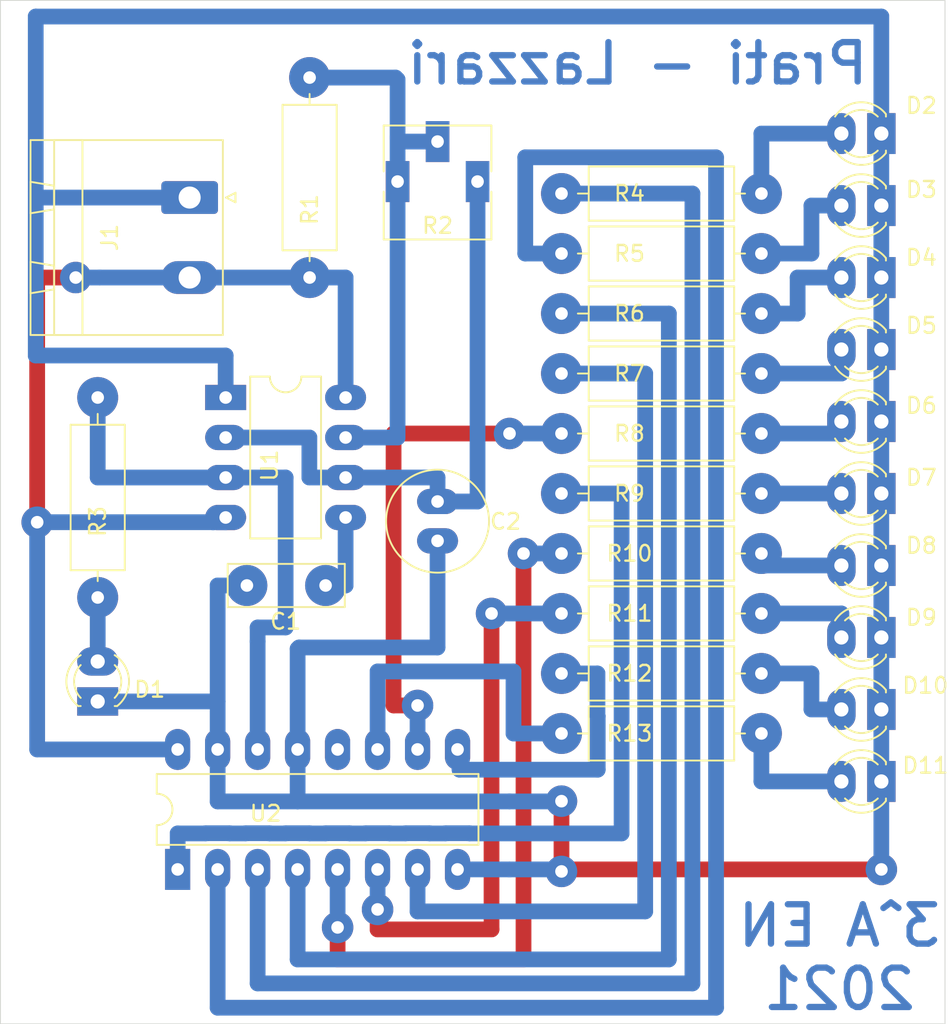
<source format=kicad_pcb>
(kicad_pcb (version 20171130) (host pcbnew "(5.1.9)-1")

  (general
    (thickness 1.6)
    (drawings 6)
    (tracks 198)
    (zones 0)
    (modules 29)
    (nets 29)
  )

  (page A4)
  (title_block
    (title BARRA_a_LED_PRATI_LAZZARI)
    (date 2021-05-19)
    (company "3^A EN PRATI-LAZZARI")
  )

  (layers
    (0 F.Cu signal)
    (31 B.Cu signal)
    (32 B.Adhes user)
    (33 F.Adhes user)
    (34 B.Paste user)
    (35 F.Paste user)
    (36 B.SilkS user)
    (37 F.SilkS user)
    (38 B.Mask user)
    (39 F.Mask user)
    (40 Dwgs.User user)
    (41 Cmts.User user)
    (42 Eco1.User user)
    (43 Eco2.User user)
    (44 Edge.Cuts user)
    (45 Margin user)
    (46 B.CrtYd user)
    (47 F.CrtYd user)
    (48 B.Fab user)
    (49 F.Fab user)
  )

  (setup
    (last_trace_width 1)
    (trace_clearance 0.5)
    (zone_clearance 0.508)
    (zone_45_only no)
    (trace_min 0.2)
    (via_size 2)
    (via_drill 0.8)
    (via_min_size 0.4)
    (via_min_drill 0.3)
    (uvia_size 0.3)
    (uvia_drill 0.1)
    (uvias_allowed no)
    (uvia_min_size 0.2)
    (uvia_min_drill 0.1)
    (edge_width 0.05)
    (segment_width 0.2)
    (pcb_text_width 0.3)
    (pcb_text_size 1.5 1.5)
    (mod_edge_width 0.12)
    (mod_text_size 1 1)
    (mod_text_width 0.15)
    (pad_size 1.8 2.6)
    (pad_drill 0.9)
    (pad_to_mask_clearance 0)
    (aux_axis_origin 0 0)
    (visible_elements 7FFFFFFF)
    (pcbplotparams
      (layerselection 0x010fc_ffffffff)
      (usegerberextensions false)
      (usegerberattributes true)
      (usegerberadvancedattributes true)
      (creategerberjobfile true)
      (excludeedgelayer true)
      (linewidth 0.100000)
      (plotframeref false)
      (viasonmask false)
      (mode 1)
      (useauxorigin false)
      (hpglpennumber 1)
      (hpglpenspeed 20)
      (hpglpendiameter 15.000000)
      (psnegative false)
      (psa4output false)
      (plotreference true)
      (plotvalue true)
      (plotinvisibletext false)
      (padsonsilk false)
      (subtractmaskfromsilk false)
      (outputformat 1)
      (mirror false)
      (drillshape 1)
      (scaleselection 1)
      (outputdirectory ""))
  )

  (net 0 "")
  (net 1 "Net-(C1-Pad1)")
  (net 2 GND)
  (net 3 "Net-(C2-Pad1)")
  (net 4 "Net-(D1-Pad2)")
  (net 5 "Net-(D2-Pad2)")
  (net 6 "Net-(D3-Pad2)")
  (net 7 "Net-(D4-Pad2)")
  (net 8 "Net-(D5-Pad2)")
  (net 9 "Net-(D6-Pad2)")
  (net 10 "Net-(D7-Pad2)")
  (net 11 "Net-(D8-Pad2)")
  (net 12 "Net-(D9-Pad2)")
  (net 13 "Net-(D10-Pad2)")
  (net 14 "Net-(D11-Pad2)")
  (net 15 VCC)
  (net 16 "Net-(R1-Pad2)")
  (net 17 "Net-(R3-Pad2)")
  (net 18 "Net-(R4-Pad1)")
  (net 19 "Net-(R5-Pad1)")
  (net 20 "Net-(R6-Pad1)")
  (net 21 "Net-(R7-Pad1)")
  (net 22 "Net-(R8-Pad1)")
  (net 23 "Net-(R9-Pad1)")
  (net 24 "Net-(R10-Pad1)")
  (net 25 "Net-(R11-Pad1)")
  (net 26 "Net-(R12-Pad1)")
  (net 27 "Net-(R13-Pad1)")
  (net 28 "Net-(U2-Pad12)")

  (net_class Default "This is the default net class."
    (clearance 0.5)
    (trace_width 1)
    (via_dia 2)
    (via_drill 0.8)
    (uvia_dia 0.3)
    (uvia_drill 0.1)
    (add_net GND)
    (add_net "Net-(C1-Pad1)")
    (add_net "Net-(C2-Pad1)")
    (add_net "Net-(D1-Pad2)")
    (add_net "Net-(D10-Pad2)")
    (add_net "Net-(D11-Pad2)")
    (add_net "Net-(D2-Pad2)")
    (add_net "Net-(D3-Pad2)")
    (add_net "Net-(D4-Pad2)")
    (add_net "Net-(D5-Pad2)")
    (add_net "Net-(D6-Pad2)")
    (add_net "Net-(D7-Pad2)")
    (add_net "Net-(D8-Pad2)")
    (add_net "Net-(D9-Pad2)")
    (add_net "Net-(R1-Pad2)")
    (add_net "Net-(R10-Pad1)")
    (add_net "Net-(R11-Pad1)")
    (add_net "Net-(R12-Pad1)")
    (add_net "Net-(R13-Pad1)")
    (add_net "Net-(R3-Pad2)")
    (add_net "Net-(R4-Pad1)")
    (add_net "Net-(R5-Pad1)")
    (add_net "Net-(R6-Pad1)")
    (add_net "Net-(R7-Pad1)")
    (add_net "Net-(R8-Pad1)")
    (add_net "Net-(R9-Pad1)")
    (add_net "Net-(U2-Pad12)")
    (add_net VCC)
  )

  (module Resistor_THT:R_Axial_DIN0309_L9.0mm_D3.2mm_P12.70mm_Horizontal (layer F.Cu) (tedit 60A50C13) (tstamp 60A55E1B)
    (at 159.004 81.534)
    (descr "Resistor, Axial_DIN0309 series, Axial, Horizontal, pin pitch=12.7mm, 0.5W = 1/2W, length*diameter=9*3.2mm^2, http://cdn-reichelt.de/documents/datenblatt/B400/1_4W%23YAG.pdf")
    (tags "Resistor Axial_DIN0309 series Axial Horizontal pin pitch 12.7mm 0.5W = 1/2W length 9mm diameter 3.2mm")
    (path /60A6850D)
    (fp_text reference R5 (at 4.318 0) (layer F.SilkS)
      (effects (font (size 1 1) (thickness 0.15)))
    )
    (fp_text value 150 (at 7.62 0) (layer F.Fab)
      (effects (font (size 1 1) (thickness 0.15)))
    )
    (fp_line (start 1.85 -1.6) (end 1.85 1.6) (layer F.Fab) (width 0.1))
    (fp_line (start 1.85 1.6) (end 10.85 1.6) (layer F.Fab) (width 0.1))
    (fp_line (start 10.85 1.6) (end 10.85 -1.6) (layer F.Fab) (width 0.1))
    (fp_line (start 10.85 -1.6) (end 1.85 -1.6) (layer F.Fab) (width 0.1))
    (fp_line (start 0 0) (end 1.85 0) (layer F.Fab) (width 0.1))
    (fp_line (start 12.7 0) (end 10.85 0) (layer F.Fab) (width 0.1))
    (fp_line (start 1.73 -1.72) (end 1.73 1.72) (layer F.SilkS) (width 0.12))
    (fp_line (start 1.73 1.72) (end 10.97 1.72) (layer F.SilkS) (width 0.12))
    (fp_line (start 10.97 1.72) (end 10.97 -1.72) (layer F.SilkS) (width 0.12))
    (fp_line (start 10.97 -1.72) (end 1.73 -1.72) (layer F.SilkS) (width 0.12))
    (fp_line (start 1.04 0) (end 1.73 0) (layer F.SilkS) (width 0.12))
    (fp_line (start 11.66 0) (end 10.97 0) (layer F.SilkS) (width 0.12))
    (fp_line (start -1.05 -1.85) (end -1.05 1.85) (layer F.CrtYd) (width 0.05))
    (fp_line (start -1.05 1.85) (end 13.75 1.85) (layer F.CrtYd) (width 0.05))
    (fp_line (start 13.75 1.85) (end 13.75 -1.85) (layer F.CrtYd) (width 0.05))
    (fp_line (start 13.75 -1.85) (end -1.05 -1.85) (layer F.CrtYd) (width 0.05))
    (pad 1 thru_hole circle (at 0 0) (size 2.6 2.6) (drill 0.8) (layers *.Cu *.Mask)
      (net 19 "Net-(R5-Pad1)"))
    (pad 2 thru_hole circle (at 12.7 0) (size 2.6 2.6) (drill 0.8) (layers *.Cu *.Mask)
      (net 6 "Net-(D3-Pad2)"))
    (model ${KISYS3DMOD}/Resistor_THT.3dshapes/R_Axial_DIN0309_L9.0mm_D3.2mm_P12.70mm_Horizontal.wrl
      (at (xyz 0 0 0))
      (scale (xyz 1 1 1))
      (rotate (xyz 0 0 0))
    )
  )

  (module Capacitor_THT:C_Rect_L7.2mm_W2.5mm_P5.00mm_FKS2_FKP2_MKS2_MKP2 (layer F.Cu) (tedit 60A50D7C) (tstamp 60A55C9D)
    (at 144.018 102.616 180)
    (descr "C, Rect series, Radial, pin pitch=5.00mm, , length*width=7.2*2.5mm^2, Capacitor, http://www.wima.com/EN/WIMA_FKS_2.pdf")
    (tags "C Rect series Radial pin pitch 5.00mm  length 7.2mm width 2.5mm Capacitor")
    (path /60A4D499)
    (fp_text reference C1 (at 2.54 -2.286) (layer F.SilkS)
      (effects (font (size 1 1) (thickness 0.15)))
    )
    (fp_text value "10nF pol." (at 2.286 -3.556) (layer F.Fab)
      (effects (font (size 1 1) (thickness 0.15)))
    )
    (fp_line (start -1.1 -1.25) (end -1.1 1.25) (layer F.Fab) (width 0.1))
    (fp_line (start -1.1 1.25) (end 6.1 1.25) (layer F.Fab) (width 0.1))
    (fp_line (start 6.1 1.25) (end 6.1 -1.25) (layer F.Fab) (width 0.1))
    (fp_line (start 6.1 -1.25) (end -1.1 -1.25) (layer F.Fab) (width 0.1))
    (fp_line (start -1.22 -1.37) (end 6.22 -1.37) (layer F.SilkS) (width 0.12))
    (fp_line (start -1.22 1.37) (end 6.22 1.37) (layer F.SilkS) (width 0.12))
    (fp_line (start -1.22 -1.37) (end -1.22 1.37) (layer F.SilkS) (width 0.12))
    (fp_line (start 6.22 -1.37) (end 6.22 1.37) (layer F.SilkS) (width 0.12))
    (fp_line (start -1.35 -1.5) (end -1.35 1.5) (layer F.CrtYd) (width 0.05))
    (fp_line (start -1.35 1.5) (end 6.35 1.5) (layer F.CrtYd) (width 0.05))
    (fp_line (start 6.35 1.5) (end 6.35 -1.5) (layer F.CrtYd) (width 0.05))
    (fp_line (start 6.35 -1.5) (end -1.35 -1.5) (layer F.CrtYd) (width 0.05))
    (pad 1 thru_hole circle (at 0 0 180) (size 2.6 2.6) (drill 0.8) (layers *.Cu *.Mask)
      (net 1 "Net-(C1-Pad1)"))
    (pad 2 thru_hole circle (at 5 0 180) (size 2.6 2.6) (drill 0.8) (layers *.Cu *.Mask)
      (net 2 GND))
    (model ${KISYS3DMOD}/Capacitor_THT.3dshapes/C_Rect_L7.2mm_W2.5mm_P5.00mm_FKS2_FKP2_MKS2_MKP2.wrl
      (at (xyz 0 0 0))
      (scale (xyz 1 1 1))
      (rotate (xyz 0 0 0))
    )
  )

  (module Capacitor_THT:C_Radial_D6.3mm_H5.0mm_P2.50mm (layer F.Cu) (tedit 60A509B6) (tstamp 60A55CA7)
    (at 151.13 97.282 270)
    (descr "C, Radial series, Radial, pin pitch=2.50mm, diameter=6.3mm, height=5mm, Non-Polar Electrolytic Capacitor")
    (tags "C Radial series Radial pin pitch 2.50mm diameter 6.3mm height 5mm Non-Polar Electrolytic Capacitor")
    (path /60A57136)
    (fp_text reference C2 (at 1.27 -4.318 180) (layer F.SilkS)
      (effects (font (size 1 1) (thickness 0.15)))
    )
    (fp_text value "10 uF elettr." (at 5.334 -0.254 180) (layer F.Fab)
      (effects (font (size 1 1) (thickness 0.15)))
    )
    (fp_circle (center 1.25 0) (end 4.4 0) (layer F.Fab) (width 0.1))
    (fp_circle (center 1.25 0) (end 4.52 0) (layer F.SilkS) (width 0.12))
    (fp_circle (center 1.25 0) (end 4.65 0) (layer F.CrtYd) (width 0.05))
    (fp_text user %R (at 1.25 0 90) (layer F.Fab)
      (effects (font (size 1 1) (thickness 0.15)))
    )
    (pad 1 thru_hole oval (at 0 0 270) (size 1.6 2.6) (drill 0.8) (layers *.Cu *.Mask)
      (net 3 "Net-(C2-Pad1)"))
    (pad 2 thru_hole oval (at 2.5 0 270) (size 1.6 2.6) (drill 0.8) (layers *.Cu *.Mask)
      (net 2 GND))
    (model ${KISYS3DMOD}/Capacitor_THT.3dshapes/C_Radial_D6.3mm_H5.0mm_P2.50mm.wrl
      (at (xyz 0 0 0))
      (scale (xyz 1 1 1))
      (rotate (xyz 0 0 0))
    )
  )

  (module LED_THT:LED_D3.0mm (layer F.Cu) (tedit 60A50A47) (tstamp 60A55CBA)
    (at 129.54 109.982 90)
    (descr "LED, diameter 3.0mm, 2 pins")
    (tags "LED diameter 3.0mm 2 pins")
    (path /60A4DB0F)
    (fp_text reference D1 (at 0.762 3.302 180) (layer F.SilkS)
      (effects (font (size 1 1) (thickness 0.15)))
    )
    (fp_text value "LED V" (at 2.54 4.572 180) (layer F.Fab)
      (effects (font (size 1 1) (thickness 0.15)))
    )
    (fp_line (start 3.7 -2.25) (end -1.15 -2.25) (layer F.CrtYd) (width 0.05))
    (fp_line (start 3.7 2.25) (end 3.7 -2.25) (layer F.CrtYd) (width 0.05))
    (fp_line (start -1.15 2.25) (end 3.7 2.25) (layer F.CrtYd) (width 0.05))
    (fp_line (start -1.15 -2.25) (end -1.15 2.25) (layer F.CrtYd) (width 0.05))
    (fp_line (start -0.29 1.08) (end -0.29 1.236) (layer F.SilkS) (width 0.12))
    (fp_line (start -0.29 -1.236) (end -0.29 -1.08) (layer F.SilkS) (width 0.12))
    (fp_line (start -0.23 -1.16619) (end -0.23 1.16619) (layer F.Fab) (width 0.1))
    (fp_circle (center 1.27 0) (end 2.77 0) (layer F.Fab) (width 0.1))
    (fp_arc (start 1.27 0) (end 0.229039 1.08) (angle -87.9) (layer F.SilkS) (width 0.12))
    (fp_arc (start 1.27 0) (end 0.229039 -1.08) (angle 87.9) (layer F.SilkS) (width 0.12))
    (fp_arc (start 1.27 0) (end -0.29 1.235516) (angle -108.8) (layer F.SilkS) (width 0.12))
    (fp_arc (start 1.27 0) (end -0.29 -1.235516) (angle 108.8) (layer F.SilkS) (width 0.12))
    (fp_arc (start 1.27 0) (end -0.23 -1.16619) (angle 284.3) (layer F.Fab) (width 0.1))
    (pad 2 thru_hole oval (at 2.54 0 90) (size 1.8 2.6) (drill 0.9) (layers *.Cu *.Mask)
      (net 4 "Net-(D1-Pad2)"))
    (pad 1 thru_hole rect (at 0 0 90) (size 1.8 2.6) (drill 0.9) (layers *.Cu *.Mask)
      (net 2 GND))
    (model ${KISYS3DMOD}/LED_THT.3dshapes/LED_D3.0mm.wrl
      (at (xyz 0 0 0))
      (scale (xyz 1 1 1))
      (rotate (xyz 0 0 0))
    )
  )

  (module LED_THT:LED_D3.0mm (layer F.Cu) (tedit 60A50D1A) (tstamp 60A55CCD)
    (at 179.324 73.914 180)
    (descr "LED, diameter 3.0mm, 2 pins")
    (tags "LED diameter 3.0mm 2 pins")
    (path /60A69A68)
    (fp_text reference D2 (at -2.54 1.778) (layer F.SilkS)
      (effects (font (size 1 1) (thickness 0.15)))
    )
    (fp_text value R (at -2.54 0.254) (layer F.Fab)
      (effects (font (size 1 1) (thickness 0.15)))
    )
    (fp_line (start 3.7 -2.25) (end -1.15 -2.25) (layer F.CrtYd) (width 0.05))
    (fp_line (start 3.7 2.25) (end 3.7 -2.25) (layer F.CrtYd) (width 0.05))
    (fp_line (start -1.15 2.25) (end 3.7 2.25) (layer F.CrtYd) (width 0.05))
    (fp_line (start -1.15 -2.25) (end -1.15 2.25) (layer F.CrtYd) (width 0.05))
    (fp_line (start -0.29 1.08) (end -0.29 1.236) (layer F.SilkS) (width 0.12))
    (fp_line (start -0.29 -1.236) (end -0.29 -1.08) (layer F.SilkS) (width 0.12))
    (fp_line (start -0.23 -1.16619) (end -0.23 1.16619) (layer F.Fab) (width 0.1))
    (fp_circle (center 1.27 0) (end 2.77 0) (layer F.Fab) (width 0.1))
    (fp_arc (start 1.27 0) (end 0.229039 1.08) (angle -87.9) (layer F.SilkS) (width 0.12))
    (fp_arc (start 1.27 0) (end 0.229039 -1.08) (angle 87.9) (layer F.SilkS) (width 0.12))
    (fp_arc (start 1.27 0) (end -0.29 1.235516) (angle -108.8) (layer F.SilkS) (width 0.12))
    (fp_arc (start 1.27 0) (end -0.29 -1.235516) (angle 108.8) (layer F.SilkS) (width 0.12))
    (fp_arc (start 1.27 0) (end -0.23 -1.16619) (angle 284.3) (layer F.Fab) (width 0.1))
    (pad 2 thru_hole oval (at 2.54 0 180) (size 1.8 2.6) (drill 0.9) (layers *.Cu *.Mask)
      (net 5 "Net-(D2-Pad2)"))
    (pad 1 thru_hole rect (at 0 0 180) (size 1.8 2.6) (drill 0.9) (layers *.Cu *.Mask)
      (net 2 GND))
    (model ${KISYS3DMOD}/LED_THT.3dshapes/LED_D3.0mm.wrl
      (at (xyz 0 0 0))
      (scale (xyz 1 1 1))
      (rotate (xyz 0 0 0))
    )
  )

  (module LED_THT:LED_D3.0mm (layer F.Cu) (tedit 60A50E5B) (tstamp 60A55CE0)
    (at 179.324 78.486 180)
    (descr "LED, diameter 3.0mm, 2 pins")
    (tags "LED diameter 3.0mm 2 pins")
    (path /60A6BF55)
    (fp_text reference D3 (at -2.54 1.016) (layer F.SilkS)
      (effects (font (size 1 1) (thickness 0.15)))
    )
    (fp_text value R (at -2.54 -0.508) (layer F.Fab)
      (effects (font (size 1 1) (thickness 0.15)))
    )
    (fp_circle (center 1.27 0) (end 2.77 0) (layer F.Fab) (width 0.1))
    (fp_line (start -0.23 -1.16619) (end -0.23 1.16619) (layer F.Fab) (width 0.1))
    (fp_line (start -0.29 -1.236) (end -0.29 -1.08) (layer F.SilkS) (width 0.12))
    (fp_line (start -0.29 1.08) (end -0.29 1.236) (layer F.SilkS) (width 0.12))
    (fp_line (start -1.15 -2.25) (end -1.15 2.25) (layer F.CrtYd) (width 0.05))
    (fp_line (start -1.15 2.25) (end 3.7 2.25) (layer F.CrtYd) (width 0.05))
    (fp_line (start 3.7 2.25) (end 3.7 -2.25) (layer F.CrtYd) (width 0.05))
    (fp_line (start 3.7 -2.25) (end -1.15 -2.25) (layer F.CrtYd) (width 0.05))
    (fp_arc (start 1.27 0) (end -0.23 -1.16619) (angle 284.3) (layer F.Fab) (width 0.1))
    (fp_arc (start 1.27 0) (end -0.29 -1.235516) (angle 108.8) (layer F.SilkS) (width 0.12))
    (fp_arc (start 1.27 0) (end -0.29 1.235516) (angle -108.8) (layer F.SilkS) (width 0.12))
    (fp_arc (start 1.27 0) (end 0.229039 -1.08) (angle 87.9) (layer F.SilkS) (width 0.12))
    (fp_arc (start 1.27 0) (end 0.229039 1.08) (angle -87.9) (layer F.SilkS) (width 0.12))
    (pad 1 thru_hole rect (at 0 0 180) (size 1.8 2.6) (drill 0.9) (layers *.Cu *.Mask)
      (net 2 GND))
    (pad 2 thru_hole oval (at 2.54 0 180) (size 1.8 2.6) (drill 0.9) (layers *.Cu *.Mask)
      (net 6 "Net-(D3-Pad2)"))
    (model ${KISYS3DMOD}/LED_THT.3dshapes/LED_D3.0mm.wrl
      (at (xyz 0 0 0))
      (scale (xyz 1 1 1))
      (rotate (xyz 0 0 0))
    )
  )

  (module LED_THT:LED_D3.0mm (layer F.Cu) (tedit 60A50E7F) (tstamp 60A55CF3)
    (at 179.324 83.058 180)
    (descr "LED, diameter 3.0mm, 2 pins")
    (tags "LED diameter 3.0mm 2 pins")
    (path /60A6C303)
    (fp_text reference D4 (at -2.54 1.27) (layer F.SilkS)
      (effects (font (size 1 1) (thickness 0.15)))
    )
    (fp_text value R (at -2.54 0) (layer F.Fab)
      (effects (font (size 1 1) (thickness 0.15)))
    )
    (fp_line (start 3.7 -2.25) (end -1.15 -2.25) (layer F.CrtYd) (width 0.05))
    (fp_line (start 3.7 2.25) (end 3.7 -2.25) (layer F.CrtYd) (width 0.05))
    (fp_line (start -1.15 2.25) (end 3.7 2.25) (layer F.CrtYd) (width 0.05))
    (fp_line (start -1.15 -2.25) (end -1.15 2.25) (layer F.CrtYd) (width 0.05))
    (fp_line (start -0.29 1.08) (end -0.29 1.236) (layer F.SilkS) (width 0.12))
    (fp_line (start -0.29 -1.236) (end -0.29 -1.08) (layer F.SilkS) (width 0.12))
    (fp_line (start -0.23 -1.16619) (end -0.23 1.16619) (layer F.Fab) (width 0.1))
    (fp_circle (center 1.27 0) (end 2.77 0) (layer F.Fab) (width 0.1))
    (fp_arc (start 1.27 0) (end 0.229039 1.08) (angle -87.9) (layer F.SilkS) (width 0.12))
    (fp_arc (start 1.27 0) (end 0.229039 -1.08) (angle 87.9) (layer F.SilkS) (width 0.12))
    (fp_arc (start 1.27 0) (end -0.29 1.235516) (angle -108.8) (layer F.SilkS) (width 0.12))
    (fp_arc (start 1.27 0) (end -0.29 -1.235516) (angle 108.8) (layer F.SilkS) (width 0.12))
    (fp_arc (start 1.27 0) (end -0.23 -1.16619) (angle 284.3) (layer F.Fab) (width 0.1))
    (pad 2 thru_hole oval (at 2.54 0 180) (size 1.8 2.6) (drill 0.9) (layers *.Cu *.Mask)
      (net 7 "Net-(D4-Pad2)"))
    (pad 1 thru_hole rect (at 0 0 180) (size 1.8 2.6) (drill 0.9) (layers *.Cu *.Mask)
      (net 2 GND))
    (model ${KISYS3DMOD}/LED_THT.3dshapes/LED_D3.0mm.wrl
      (at (xyz 0 0 0))
      (scale (xyz 1 1 1))
      (rotate (xyz 0 0 0))
    )
  )

  (module LED_THT:LED_D3.0mm (layer F.Cu) (tedit 60A50E9E) (tstamp 60A55D06)
    (at 179.324 87.63 180)
    (descr "LED, diameter 3.0mm, 2 pins")
    (tags "LED diameter 3.0mm 2 pins")
    (path /60A6C624)
    (fp_text reference D5 (at -2.54 1.524) (layer F.SilkS)
      (effects (font (size 1 1) (thickness 0.15)))
    )
    (fp_text value R (at -2.54 0.254) (layer F.Fab)
      (effects (font (size 1 1) (thickness 0.15)))
    )
    (fp_circle (center 1.27 0) (end 2.77 0) (layer F.Fab) (width 0.1))
    (fp_line (start -0.23 -1.16619) (end -0.23 1.16619) (layer F.Fab) (width 0.1))
    (fp_line (start -0.29 -1.236) (end -0.29 -1.08) (layer F.SilkS) (width 0.12))
    (fp_line (start -0.29 1.08) (end -0.29 1.236) (layer F.SilkS) (width 0.12))
    (fp_line (start -1.15 -2.25) (end -1.15 2.25) (layer F.CrtYd) (width 0.05))
    (fp_line (start -1.15 2.25) (end 3.7 2.25) (layer F.CrtYd) (width 0.05))
    (fp_line (start 3.7 2.25) (end 3.7 -2.25) (layer F.CrtYd) (width 0.05))
    (fp_line (start 3.7 -2.25) (end -1.15 -2.25) (layer F.CrtYd) (width 0.05))
    (fp_arc (start 1.27 0) (end -0.23 -1.16619) (angle 284.3) (layer F.Fab) (width 0.1))
    (fp_arc (start 1.27 0) (end -0.29 -1.235516) (angle 108.8) (layer F.SilkS) (width 0.12))
    (fp_arc (start 1.27 0) (end -0.29 1.235516) (angle -108.8) (layer F.SilkS) (width 0.12))
    (fp_arc (start 1.27 0) (end 0.229039 -1.08) (angle 87.9) (layer F.SilkS) (width 0.12))
    (fp_arc (start 1.27 0) (end 0.229039 1.08) (angle -87.9) (layer F.SilkS) (width 0.12))
    (pad 1 thru_hole rect (at 0 0 180) (size 1.8 2.6) (drill 0.9) (layers *.Cu *.Mask)
      (net 2 GND))
    (pad 2 thru_hole oval (at 2.54 0 180) (size 1.8 2.6) (drill 0.9) (layers *.Cu *.Mask)
      (net 8 "Net-(D5-Pad2)"))
    (model ${KISYS3DMOD}/LED_THT.3dshapes/LED_D3.0mm.wrl
      (at (xyz 0 0 0))
      (scale (xyz 1 1 1))
      (rotate (xyz 0 0 0))
    )
  )

  (module LED_THT:LED_D3.0mm (layer F.Cu) (tedit 60A50EB1) (tstamp 60A55D19)
    (at 179.324 92.202 180)
    (descr "LED, diameter 3.0mm, 2 pins")
    (tags "LED diameter 3.0mm 2 pins")
    (path /60A6D61C)
    (fp_text reference D6 (at -2.54 1.016) (layer F.SilkS)
      (effects (font (size 1 1) (thickness 0.15)))
    )
    (fp_text value R (at -2.54 -0.254) (layer F.Fab)
      (effects (font (size 1 1) (thickness 0.15)))
    )
    (fp_line (start 3.7 -2.25) (end -1.15 -2.25) (layer F.CrtYd) (width 0.05))
    (fp_line (start 3.7 2.25) (end 3.7 -2.25) (layer F.CrtYd) (width 0.05))
    (fp_line (start -1.15 2.25) (end 3.7 2.25) (layer F.CrtYd) (width 0.05))
    (fp_line (start -1.15 -2.25) (end -1.15 2.25) (layer F.CrtYd) (width 0.05))
    (fp_line (start -0.29 1.08) (end -0.29 1.236) (layer F.SilkS) (width 0.12))
    (fp_line (start -0.29 -1.236) (end -0.29 -1.08) (layer F.SilkS) (width 0.12))
    (fp_line (start -0.23 -1.16619) (end -0.23 1.16619) (layer F.Fab) (width 0.1))
    (fp_circle (center 1.27 0) (end 2.77 0) (layer F.Fab) (width 0.1))
    (fp_arc (start 1.27 0) (end 0.229039 1.08) (angle -87.9) (layer F.SilkS) (width 0.12))
    (fp_arc (start 1.27 0) (end 0.229039 -1.08) (angle 87.9) (layer F.SilkS) (width 0.12))
    (fp_arc (start 1.27 0) (end -0.29 1.235516) (angle -108.8) (layer F.SilkS) (width 0.12))
    (fp_arc (start 1.27 0) (end -0.29 -1.235516) (angle 108.8) (layer F.SilkS) (width 0.12))
    (fp_arc (start 1.27 0) (end -0.23 -1.16619) (angle 284.3) (layer F.Fab) (width 0.1))
    (pad 2 thru_hole oval (at 2.54 0 180) (size 1.8 2.6) (drill 0.9) (layers *.Cu *.Mask)
      (net 9 "Net-(D6-Pad2)"))
    (pad 1 thru_hole rect (at 0 0 180) (size 1.8 2.6) (drill 0.9) (layers *.Cu *.Mask)
      (net 2 GND))
    (model ${KISYS3DMOD}/LED_THT.3dshapes/LED_D3.0mm.wrl
      (at (xyz 0 0 0))
      (scale (xyz 1 1 1))
      (rotate (xyz 0 0 0))
    )
  )

  (module LED_THT:LED_D3.0mm (layer F.Cu) (tedit 60A50ED5) (tstamp 60A55D2C)
    (at 179.324 96.774 180)
    (descr "LED, diameter 3.0mm, 2 pins")
    (tags "LED diameter 3.0mm 2 pins")
    (path /60A6DAD4)
    (fp_text reference D7 (at -2.54 1.016) (layer F.SilkS)
      (effects (font (size 1 1) (thickness 0.15)))
    )
    (fp_text value R (at -2.54 -0.254) (layer F.Fab)
      (effects (font (size 1 1) (thickness 0.15)))
    )
    (fp_circle (center 1.27 0) (end 2.77 0) (layer F.Fab) (width 0.1))
    (fp_line (start -0.23 -1.16619) (end -0.23 1.16619) (layer F.Fab) (width 0.1))
    (fp_line (start -0.29 -1.236) (end -0.29 -1.08) (layer F.SilkS) (width 0.12))
    (fp_line (start -0.29 1.08) (end -0.29 1.236) (layer F.SilkS) (width 0.12))
    (fp_line (start -1.15 -2.25) (end -1.15 2.25) (layer F.CrtYd) (width 0.05))
    (fp_line (start -1.15 2.25) (end 3.7 2.25) (layer F.CrtYd) (width 0.05))
    (fp_line (start 3.7 2.25) (end 3.7 -2.25) (layer F.CrtYd) (width 0.05))
    (fp_line (start 3.7 -2.25) (end -1.15 -2.25) (layer F.CrtYd) (width 0.05))
    (fp_arc (start 1.27 0) (end -0.23 -1.16619) (angle 284.3) (layer F.Fab) (width 0.1))
    (fp_arc (start 1.27 0) (end -0.29 -1.235516) (angle 108.8) (layer F.SilkS) (width 0.12))
    (fp_arc (start 1.27 0) (end -0.29 1.235516) (angle -108.8) (layer F.SilkS) (width 0.12))
    (fp_arc (start 1.27 0) (end 0.229039 -1.08) (angle 87.9) (layer F.SilkS) (width 0.12))
    (fp_arc (start 1.27 0) (end 0.229039 1.08) (angle -87.9) (layer F.SilkS) (width 0.12))
    (pad 1 thru_hole rect (at 0 0 180) (size 1.8 2.6) (drill 0.9) (layers *.Cu *.Mask)
      (net 2 GND))
    (pad 2 thru_hole oval (at 2.54 0 180) (size 1.8 2.6) (drill 0.9) (layers *.Cu *.Mask)
      (net 10 "Net-(D7-Pad2)"))
    (model ${KISYS3DMOD}/LED_THT.3dshapes/LED_D3.0mm.wrl
      (at (xyz 0 0 0))
      (scale (xyz 1 1 1))
      (rotate (xyz 0 0 0))
    )
  )

  (module LED_THT:LED_D3.0mm (layer F.Cu) (tedit 60A50EF4) (tstamp 60A55D3F)
    (at 179.324 101.346 180)
    (descr "LED, diameter 3.0mm, 2 pins")
    (tags "LED diameter 3.0mm 2 pins")
    (path /60A6DFE4)
    (fp_text reference D8 (at -2.54 1.27) (layer F.SilkS)
      (effects (font (size 1 1) (thickness 0.15)))
    )
    (fp_text value R (at -2.54 0) (layer F.Fab)
      (effects (font (size 1 1) (thickness 0.15)))
    )
    (fp_line (start 3.7 -2.25) (end -1.15 -2.25) (layer F.CrtYd) (width 0.05))
    (fp_line (start 3.7 2.25) (end 3.7 -2.25) (layer F.CrtYd) (width 0.05))
    (fp_line (start -1.15 2.25) (end 3.7 2.25) (layer F.CrtYd) (width 0.05))
    (fp_line (start -1.15 -2.25) (end -1.15 2.25) (layer F.CrtYd) (width 0.05))
    (fp_line (start -0.29 1.08) (end -0.29 1.236) (layer F.SilkS) (width 0.12))
    (fp_line (start -0.29 -1.236) (end -0.29 -1.08) (layer F.SilkS) (width 0.12))
    (fp_line (start -0.23 -1.16619) (end -0.23 1.16619) (layer F.Fab) (width 0.1))
    (fp_circle (center 1.27 0) (end 2.77 0) (layer F.Fab) (width 0.1))
    (fp_arc (start 1.27 0) (end 0.229039 1.08) (angle -87.9) (layer F.SilkS) (width 0.12))
    (fp_arc (start 1.27 0) (end 0.229039 -1.08) (angle 87.9) (layer F.SilkS) (width 0.12))
    (fp_arc (start 1.27 0) (end -0.29 1.235516) (angle -108.8) (layer F.SilkS) (width 0.12))
    (fp_arc (start 1.27 0) (end -0.29 -1.235516) (angle 108.8) (layer F.SilkS) (width 0.12))
    (fp_arc (start 1.27 0) (end -0.23 -1.16619) (angle 284.3) (layer F.Fab) (width 0.1))
    (pad 2 thru_hole oval (at 2.54 0 180) (size 1.8 2.6) (drill 0.9) (layers *.Cu *.Mask)
      (net 11 "Net-(D8-Pad2)"))
    (pad 1 thru_hole rect (at 0 0 180) (size 1.8 2.6) (drill 0.9) (layers *.Cu *.Mask)
      (net 2 GND))
    (model ${KISYS3DMOD}/LED_THT.3dshapes/LED_D3.0mm.wrl
      (at (xyz 0 0 0))
      (scale (xyz 1 1 1))
      (rotate (xyz 0 0 0))
    )
  )

  (module LED_THT:LED_D3.0mm (layer F.Cu) (tedit 60A50F0E) (tstamp 60A55D52)
    (at 179.324 105.918 180)
    (descr "LED, diameter 3.0mm, 2 pins")
    (tags "LED diameter 3.0mm 2 pins")
    (path /60A6E6FD)
    (fp_text reference D9 (at -2.54 1.27) (layer F.SilkS)
      (effects (font (size 1 1) (thickness 0.15)))
    )
    (fp_text value R (at -2.54 0) (layer F.Fab)
      (effects (font (size 1 1) (thickness 0.15)))
    )
    (fp_circle (center 1.27 0) (end 2.77 0) (layer F.Fab) (width 0.1))
    (fp_line (start -0.23 -1.16619) (end -0.23 1.16619) (layer F.Fab) (width 0.1))
    (fp_line (start -0.29 -1.236) (end -0.29 -1.08) (layer F.SilkS) (width 0.12))
    (fp_line (start -0.29 1.08) (end -0.29 1.236) (layer F.SilkS) (width 0.12))
    (fp_line (start -1.15 -2.25) (end -1.15 2.25) (layer F.CrtYd) (width 0.05))
    (fp_line (start -1.15 2.25) (end 3.7 2.25) (layer F.CrtYd) (width 0.05))
    (fp_line (start 3.7 2.25) (end 3.7 -2.25) (layer F.CrtYd) (width 0.05))
    (fp_line (start 3.7 -2.25) (end -1.15 -2.25) (layer F.CrtYd) (width 0.05))
    (fp_arc (start 1.27 0) (end -0.23 -1.16619) (angle 284.3) (layer F.Fab) (width 0.1))
    (fp_arc (start 1.27 0) (end -0.29 -1.235516) (angle 108.8) (layer F.SilkS) (width 0.12))
    (fp_arc (start 1.27 0) (end -0.29 1.235516) (angle -108.8) (layer F.SilkS) (width 0.12))
    (fp_arc (start 1.27 0) (end 0.229039 -1.08) (angle 87.9) (layer F.SilkS) (width 0.12))
    (fp_arc (start 1.27 0) (end 0.229039 1.08) (angle -87.9) (layer F.SilkS) (width 0.12))
    (pad 1 thru_hole rect (at 0 0 180) (size 1.8 2.6) (drill 0.9) (layers *.Cu *.Mask)
      (net 2 GND))
    (pad 2 thru_hole oval (at 2.54 0 180) (size 1.8 2.6) (drill 0.9) (layers *.Cu *.Mask)
      (net 12 "Net-(D9-Pad2)"))
    (model ${KISYS3DMOD}/LED_THT.3dshapes/LED_D3.0mm.wrl
      (at (xyz 0 0 0))
      (scale (xyz 1 1 1))
      (rotate (xyz 0 0 0))
    )
  )

  (module LED_THT:LED_D3.0mm (layer F.Cu) (tedit 60A5101C) (tstamp 60A55D65)
    (at 179.324 110.49 180)
    (descr "LED, diameter 3.0mm, 2 pins")
    (tags "LED diameter 3.0mm 2 pins")
    (path /60A763A1)
    (fp_text reference D10 (at -2.794 1.524) (layer F.SilkS)
      (effects (font (size 1 1) (thickness 0.15)))
    )
    (fp_text value R (at -2.54 0) (layer F.Fab)
      (effects (font (size 1 1) (thickness 0.15)))
    )
    (fp_line (start 3.7 -2.25) (end -1.15 -2.25) (layer F.CrtYd) (width 0.05))
    (fp_line (start 3.7 2.25) (end 3.7 -2.25) (layer F.CrtYd) (width 0.05))
    (fp_line (start -1.15 2.25) (end 3.7 2.25) (layer F.CrtYd) (width 0.05))
    (fp_line (start -1.15 -2.25) (end -1.15 2.25) (layer F.CrtYd) (width 0.05))
    (fp_line (start -0.29 1.08) (end -0.29 1.236) (layer F.SilkS) (width 0.12))
    (fp_line (start -0.29 -1.236) (end -0.29 -1.08) (layer F.SilkS) (width 0.12))
    (fp_line (start -0.23 -1.16619) (end -0.23 1.16619) (layer F.Fab) (width 0.1))
    (fp_circle (center 1.27 0) (end 2.77 0) (layer F.Fab) (width 0.1))
    (fp_arc (start 1.27 0) (end 0.229039 1.08) (angle -87.9) (layer F.SilkS) (width 0.12))
    (fp_arc (start 1.27 0) (end 0.229039 -1.08) (angle 87.9) (layer F.SilkS) (width 0.12))
    (fp_arc (start 1.27 0) (end -0.29 1.235516) (angle -108.8) (layer F.SilkS) (width 0.12))
    (fp_arc (start 1.27 0) (end -0.29 -1.235516) (angle 108.8) (layer F.SilkS) (width 0.12))
    (fp_arc (start 1.27 0) (end -0.23 -1.16619) (angle 284.3) (layer F.Fab) (width 0.1))
    (pad 2 thru_hole oval (at 2.54 0 180) (size 1.8 2.6) (drill 0.9) (layers *.Cu *.Mask)
      (net 13 "Net-(D10-Pad2)"))
    (pad 1 thru_hole rect (at 0 0 180) (size 1.8 2.6) (drill 0.9) (layers *.Cu *.Mask)
      (net 2 GND))
    (model ${KISYS3DMOD}/LED_THT.3dshapes/LED_D3.0mm.wrl
      (at (xyz 0 0 0))
      (scale (xyz 1 1 1))
      (rotate (xyz 0 0 0))
    )
  )

  (module LED_THT:LED_D3.0mm (layer F.Cu) (tedit 60A51039) (tstamp 60A55D78)
    (at 179.324 115.062 180)
    (descr "LED, diameter 3.0mm, 2 pins")
    (tags "LED diameter 3.0mm 2 pins")
    (path /60A769B3)
    (fp_text reference D11 (at -2.794 1.016) (layer F.SilkS)
      (effects (font (size 1 1) (thickness 0.15)))
    )
    (fp_text value R (at -2.54 -0.508) (layer F.Fab)
      (effects (font (size 1 1) (thickness 0.15)))
    )
    (fp_circle (center 1.27 0) (end 2.77 0) (layer F.Fab) (width 0.1))
    (fp_line (start -0.23 -1.16619) (end -0.23 1.16619) (layer F.Fab) (width 0.1))
    (fp_line (start -0.29 -1.236) (end -0.29 -1.08) (layer F.SilkS) (width 0.12))
    (fp_line (start -0.29 1.08) (end -0.29 1.236) (layer F.SilkS) (width 0.12))
    (fp_line (start -1.15 -2.25) (end -1.15 2.25) (layer F.CrtYd) (width 0.05))
    (fp_line (start -1.15 2.25) (end 3.7 2.25) (layer F.CrtYd) (width 0.05))
    (fp_line (start 3.7 2.25) (end 3.7 -2.25) (layer F.CrtYd) (width 0.05))
    (fp_line (start 3.7 -2.25) (end -1.15 -2.25) (layer F.CrtYd) (width 0.05))
    (fp_arc (start 1.27 0) (end -0.23 -1.16619) (angle 284.3) (layer F.Fab) (width 0.1))
    (fp_arc (start 1.27 0) (end -0.29 -1.235516) (angle 108.8) (layer F.SilkS) (width 0.12))
    (fp_arc (start 1.27 0) (end -0.29 1.235516) (angle -108.8) (layer F.SilkS) (width 0.12))
    (fp_arc (start 1.27 0) (end 0.229039 -1.08) (angle 87.9) (layer F.SilkS) (width 0.12))
    (fp_arc (start 1.27 0) (end 0.229039 1.08) (angle -87.9) (layer F.SilkS) (width 0.12))
    (pad 1 thru_hole rect (at 0 0 180) (size 1.8 2.6) (drill 0.9) (layers *.Cu *.Mask)
      (net 2 GND))
    (pad 2 thru_hole oval (at 2.54 0 180) (size 1.8 2.6) (drill 0.9) (layers *.Cu *.Mask)
      (net 14 "Net-(D11-Pad2)"))
    (model ${KISYS3DMOD}/LED_THT.3dshapes/LED_D3.0mm.wrl
      (at (xyz 0 0 0))
      (scale (xyz 1 1 1))
      (rotate (xyz 0 0 0))
    )
  )

  (module Connector_Phoenix_MSTB:PhoenixContact_MSTBA_2,5_2-G-5,08_1x02_P5.08mm_Horizontal (layer F.Cu) (tedit 5B785047) (tstamp 60A576FA)
    (at 135.382 77.978 270)
    (descr "Generic Phoenix Contact connector footprint for: MSTBA_2,5/2-G-5,08; number of pins: 02; pin pitch: 5.08mm; Angled || order number: 1757242 12A || order number: 1923869 16A (HC)")
    (tags "phoenix_contact connector MSTBA_01x02_G_5.08mm")
    (path /60A507E2)
    (fp_text reference J1 (at 2.54 5.08 90) (layer F.SilkS)
      (effects (font (size 1 1) (thickness 0.15)))
    )
    (fp_text value Conn_01x02_Male (at 2.54 11.2 90) (layer F.Fab)
      (effects (font (size 1 1) (thickness 0.15)))
    )
    (fp_line (start -3.65 -2.11) (end -3.65 10.11) (layer F.SilkS) (width 0.12))
    (fp_line (start -3.65 10.11) (end 8.73 10.11) (layer F.SilkS) (width 0.12))
    (fp_line (start 8.73 10.11) (end 8.73 -2.11) (layer F.SilkS) (width 0.12))
    (fp_line (start 8.73 -2.11) (end -3.65 -2.11) (layer F.SilkS) (width 0.12))
    (fp_line (start -3.54 -2) (end -3.54 10) (layer F.Fab) (width 0.1))
    (fp_line (start -3.54 10) (end 8.62 10) (layer F.Fab) (width 0.1))
    (fp_line (start 8.62 10) (end 8.62 -2) (layer F.Fab) (width 0.1))
    (fp_line (start 8.62 -2) (end -3.54 -2) (layer F.Fab) (width 0.1))
    (fp_line (start -3.65 8.61) (end -3.65 6.81) (layer F.SilkS) (width 0.12))
    (fp_line (start -3.65 6.81) (end 8.73 6.81) (layer F.SilkS) (width 0.12))
    (fp_line (start 8.73 6.81) (end 8.73 8.61) (layer F.SilkS) (width 0.12))
    (fp_line (start 8.73 8.61) (end -3.65 8.61) (layer F.SilkS) (width 0.12))
    (fp_line (start -1 10.11) (end 1 10.11) (layer F.SilkS) (width 0.12))
    (fp_line (start 1 10.11) (end 0.75 8.61) (layer F.SilkS) (width 0.12))
    (fp_line (start 0.75 8.61) (end -0.75 8.61) (layer F.SilkS) (width 0.12))
    (fp_line (start -0.75 8.61) (end -1 10.11) (layer F.SilkS) (width 0.12))
    (fp_line (start 4.08 10.11) (end 6.08 10.11) (layer F.SilkS) (width 0.12))
    (fp_line (start 6.08 10.11) (end 5.83 8.61) (layer F.SilkS) (width 0.12))
    (fp_line (start 5.83 8.61) (end 4.33 8.61) (layer F.SilkS) (width 0.12))
    (fp_line (start 4.33 8.61) (end 4.08 10.11) (layer F.SilkS) (width 0.12))
    (fp_line (start -4.04 -2.5) (end -4.04 10.5) (layer F.CrtYd) (width 0.05))
    (fp_line (start -4.04 10.5) (end 9.12 10.5) (layer F.CrtYd) (width 0.05))
    (fp_line (start 9.12 10.5) (end 9.12 -2.5) (layer F.CrtYd) (width 0.05))
    (fp_line (start 9.12 -2.5) (end -4.04 -2.5) (layer F.CrtYd) (width 0.05))
    (fp_line (start 0.3 -2.91) (end 0 -2.31) (layer F.SilkS) (width 0.12))
    (fp_line (start 0 -2.31) (end -0.3 -2.91) (layer F.SilkS) (width 0.12))
    (fp_line (start -0.3 -2.91) (end 0.3 -2.91) (layer F.SilkS) (width 0.12))
    (fp_line (start 0.95 -2) (end 0 -0.5) (layer F.Fab) (width 0.1))
    (fp_line (start 0 -0.5) (end -0.95 -2) (layer F.Fab) (width 0.1))
    (pad 1 thru_hole roundrect (at 0 0 270) (size 2.08 3.6) (drill 1.4) (layers *.Cu *.Mask) (roundrect_rratio 0.120192)
      (net 2 GND))
    (pad 2 thru_hole oval (at 5.08 0 270) (size 2.08 3.6) (drill 1.4) (layers *.Cu *.Mask)
      (net 15 VCC))
    (model ${KISYS3DMOD}/Connector_Phoenix_MSTB.3dshapes/PhoenixContact_MSTBA_2,5_2-G-5,08_1x02_P5.08mm_Horizontal.wrl
      (at (xyz 0 0 0))
      (scale (xyz 1 1 1))
      (rotate (xyz 0 0 0))
    )
  )

  (module Resistor_THT:R_Axial_DIN0309_L9.0mm_D3.2mm_P12.70mm_Horizontal (layer F.Cu) (tedit 60A5068A) (tstamp 60A55DB3)
    (at 143.002 83.058 90)
    (descr "Resistor, Axial_DIN0309 series, Axial, Horizontal, pin pitch=12.7mm, 0.5W = 1/2W, length*diameter=9*3.2mm^2, http://cdn-reichelt.de/documents/datenblatt/B400/1_4W%23YAG.pdf")
    (tags "Resistor Axial_DIN0309 series Axial Horizontal pin pitch 12.7mm 0.5W = 1/2W length 9mm diameter 3.2mm")
    (path /60A64BD3)
    (fp_text reference R1 (at 4.318 0 90) (layer F.SilkS)
      (effects (font (size 1 1) (thickness 0.15)))
    )
    (fp_text value 10K (at 8.128 0 90) (layer F.Fab)
      (effects (font (size 1 1) (thickness 0.15)))
    )
    (fp_line (start 1.85 -1.6) (end 1.85 1.6) (layer F.Fab) (width 0.1))
    (fp_line (start 1.85 1.6) (end 10.85 1.6) (layer F.Fab) (width 0.1))
    (fp_line (start 10.85 1.6) (end 10.85 -1.6) (layer F.Fab) (width 0.1))
    (fp_line (start 10.85 -1.6) (end 1.85 -1.6) (layer F.Fab) (width 0.1))
    (fp_line (start 0 0) (end 1.85 0) (layer F.Fab) (width 0.1))
    (fp_line (start 12.7 0) (end 10.85 0) (layer F.Fab) (width 0.1))
    (fp_line (start 1.73 -1.72) (end 1.73 1.72) (layer F.SilkS) (width 0.12))
    (fp_line (start 1.73 1.72) (end 10.97 1.72) (layer F.SilkS) (width 0.12))
    (fp_line (start 10.97 1.72) (end 10.97 -1.72) (layer F.SilkS) (width 0.12))
    (fp_line (start 10.97 -1.72) (end 1.73 -1.72) (layer F.SilkS) (width 0.12))
    (fp_line (start 1.04 0) (end 1.73 0) (layer F.SilkS) (width 0.12))
    (fp_line (start 11.66 0) (end 10.97 0) (layer F.SilkS) (width 0.12))
    (fp_line (start -1.05 -1.85) (end -1.05 1.85) (layer F.CrtYd) (width 0.05))
    (fp_line (start -1.05 1.85) (end 13.75 1.85) (layer F.CrtYd) (width 0.05))
    (fp_line (start 13.75 1.85) (end 13.75 -1.85) (layer F.CrtYd) (width 0.05))
    (fp_line (start 13.75 -1.85) (end -1.05 -1.85) (layer F.CrtYd) (width 0.05))
    (pad 1 thru_hole circle (at 0 0 90) (size 2.6 2.6) (drill 0.8) (layers *.Cu *.Mask)
      (net 15 VCC))
    (pad 2 thru_hole circle (at 12.7 0 90) (size 2.6 2.6) (drill 0.8) (layers *.Cu *.Mask)
      (net 16 "Net-(R1-Pad2)"))
    (model ${KISYS3DMOD}/Resistor_THT.3dshapes/R_Axial_DIN0309_L9.0mm_D3.2mm_P12.70mm_Horizontal.wrl
      (at (xyz 0 0 0))
      (scale (xyz 1 1 1))
      (rotate (xyz 0 0 0))
    )
  )

  (module Potentiometer_THT:Potentiometer_Vishay_T73YP_Vertical (layer F.Cu) (tedit 60A50838) (tstamp 60A55DD6)
    (at 153.67 76.962 90)
    (descr "Potentiometer, vertical, Vishay T73YP, http://www.vishay.com/docs/51016/t73.pdf")
    (tags "Potentiometer vertical Vishay T73YP")
    (path /60A5F03D)
    (fp_text reference R2 (at -2.794 -2.54 180) (layer F.SilkS)
      (effects (font (size 1 1) (thickness 0.15)))
    )
    (fp_text value R_POT_10K (at -0.06 2.01 90) (layer F.Fab)
      (effects (font (size 1 1) (thickness 0.15)))
    )
    (fp_circle (center 0.24 -2.54) (end 1.74 -2.54) (layer F.Fab) (width 0.1))
    (fp_line (start -3.56 -5.84) (end -3.56 0.76) (layer F.Fab) (width 0.1))
    (fp_line (start -3.56 0.76) (end 3.44 0.76) (layer F.Fab) (width 0.1))
    (fp_line (start 3.44 0.76) (end 3.44 -5.84) (layer F.Fab) (width 0.1))
    (fp_line (start 3.44 -5.84) (end -3.56 -5.84) (layer F.Fab) (width 0.1))
    (fp_line (start -0.961 -2.616) (end 0.164 -2.616) (layer F.Fab) (width 0.1))
    (fp_line (start 0.164 -2.616) (end 0.164 -3.741) (layer F.Fab) (width 0.1))
    (fp_line (start 0.164 -3.741) (end 0.316 -3.741) (layer F.Fab) (width 0.1))
    (fp_line (start 0.316 -3.741) (end 0.316 -2.616) (layer F.Fab) (width 0.1))
    (fp_line (start 0.316 -2.616) (end 1.441 -2.616) (layer F.Fab) (width 0.1))
    (fp_line (start 1.441 -2.616) (end 1.441 -2.464) (layer F.Fab) (width 0.1))
    (fp_line (start 1.441 -2.464) (end 0.316 -2.464) (layer F.Fab) (width 0.1))
    (fp_line (start 0.316 -2.464) (end 0.316 -1.339) (layer F.Fab) (width 0.1))
    (fp_line (start 0.316 -1.339) (end 0.164 -1.339) (layer F.Fab) (width 0.1))
    (fp_line (start 0.164 -1.339) (end 0.164 -2.464) (layer F.Fab) (width 0.1))
    (fp_line (start 0.164 -2.464) (end -0.961 -2.464) (layer F.Fab) (width 0.1))
    (fp_line (start -0.961 -2.464) (end -0.961 -2.616) (layer F.Fab) (width 0.1))
    (fp_line (start -3.68 -5.96) (end -0.65 -5.96) (layer F.SilkS) (width 0.12))
    (fp_line (start 0.65 -5.96) (end 3.56 -5.96) (layer F.SilkS) (width 0.12))
    (fp_line (start -3.68 0.88) (end -0.65 0.88) (layer F.SilkS) (width 0.12))
    (fp_line (start 0.65 0.88) (end 3.56 0.88) (layer F.SilkS) (width 0.12))
    (fp_line (start -3.68 -5.96) (end -3.68 0.88) (layer F.SilkS) (width 0.12))
    (fp_line (start 3.56 -5.96) (end 3.56 0.88) (layer F.SilkS) (width 0.12))
    (fp_line (start -3.85 -6.1) (end -3.85 1.05) (layer F.CrtYd) (width 0.05))
    (fp_line (start -3.85 1.05) (end 3.7 1.05) (layer F.CrtYd) (width 0.05))
    (fp_line (start 3.7 1.05) (end 3.7 -6.1) (layer F.CrtYd) (width 0.05))
    (fp_line (start 3.7 -6.1) (end -3.85 -6.1) (layer F.CrtYd) (width 0.05))
    (pad 3 thru_hole rect (at 0 -5.08 90) (size 2.6 1.5) (drill 0.8) (layers *.Cu *.Mask)
      (net 16 "Net-(R1-Pad2)"))
    (pad 2 thru_hole rect (at 2.54 -2.54 90) (size 2.6 1.5) (drill 0.8) (layers *.Cu *.Mask)
      (net 16 "Net-(R1-Pad2)"))
    (pad 1 thru_hole rect (at 0 0 90) (size 2.6 1.5) (drill 0.8) (layers *.Cu *.Mask)
      (net 3 "Net-(C2-Pad1)"))
    (model ${KISYS3DMOD}/Potentiometer_THT.3dshapes/Potentiometer_Vishay_T73YP_Vertical.wrl
      (at (xyz 0 0 0))
      (scale (xyz 1 1 1))
      (rotate (xyz 0 0 0))
    )
  )

  (module Resistor_THT:R_Axial_DIN0309_L9.0mm_D3.2mm_P12.70mm_Horizontal (layer F.Cu) (tedit 60A508CB) (tstamp 60A55DED)
    (at 129.54 103.378 90)
    (descr "Resistor, Axial_DIN0309 series, Axial, Horizontal, pin pitch=12.7mm, 0.5W = 1/2W, length*diameter=9*3.2mm^2, http://cdn-reichelt.de/documents/datenblatt/B400/1_4W%23YAG.pdf")
    (tags "Resistor Axial_DIN0309 series Axial Horizontal pin pitch 12.7mm 0.5W = 1/2W length 9mm diameter 3.2mm")
    (path /60A4B12C)
    (fp_text reference R3 (at 4.826 0 90) (layer F.SilkS)
      (effects (font (size 1 1) (thickness 0.15)))
    )
    (fp_text value 1K (at 8.128 0 90) (layer F.Fab)
      (effects (font (size 1 1) (thickness 0.15)))
    )
    (fp_line (start 1.85 -1.6) (end 1.85 1.6) (layer F.Fab) (width 0.1))
    (fp_line (start 1.85 1.6) (end 10.85 1.6) (layer F.Fab) (width 0.1))
    (fp_line (start 10.85 1.6) (end 10.85 -1.6) (layer F.Fab) (width 0.1))
    (fp_line (start 10.85 -1.6) (end 1.85 -1.6) (layer F.Fab) (width 0.1))
    (fp_line (start 0 0) (end 1.85 0) (layer F.Fab) (width 0.1))
    (fp_line (start 12.7 0) (end 10.85 0) (layer F.Fab) (width 0.1))
    (fp_line (start 1.73 -1.72) (end 1.73 1.72) (layer F.SilkS) (width 0.12))
    (fp_line (start 1.73 1.72) (end 10.97 1.72) (layer F.SilkS) (width 0.12))
    (fp_line (start 10.97 1.72) (end 10.97 -1.72) (layer F.SilkS) (width 0.12))
    (fp_line (start 10.97 -1.72) (end 1.73 -1.72) (layer F.SilkS) (width 0.12))
    (fp_line (start 1.04 0) (end 1.73 0) (layer F.SilkS) (width 0.12))
    (fp_line (start 11.66 0) (end 10.97 0) (layer F.SilkS) (width 0.12))
    (fp_line (start -1.05 -1.85) (end -1.05 1.85) (layer F.CrtYd) (width 0.05))
    (fp_line (start -1.05 1.85) (end 13.75 1.85) (layer F.CrtYd) (width 0.05))
    (fp_line (start 13.75 1.85) (end 13.75 -1.85) (layer F.CrtYd) (width 0.05))
    (fp_line (start 13.75 -1.85) (end -1.05 -1.85) (layer F.CrtYd) (width 0.05))
    (pad 1 thru_hole circle (at 0 0 90) (size 2.6 2.6) (drill 0.8) (layers *.Cu *.Mask)
      (net 4 "Net-(D1-Pad2)"))
    (pad 2 thru_hole circle (at 12.7 0 90) (size 2.6 2.6) (drill 0.8) (layers *.Cu *.Mask)
      (net 17 "Net-(R3-Pad2)"))
    (model ${KISYS3DMOD}/Resistor_THT.3dshapes/R_Axial_DIN0309_L9.0mm_D3.2mm_P12.70mm_Horizontal.wrl
      (at (xyz 0 0 0))
      (scale (xyz 1 1 1))
      (rotate (xyz 0 0 0))
    )
  )

  (module Resistor_THT:R_Axial_DIN0309_L9.0mm_D3.2mm_P12.70mm_Horizontal (layer F.Cu) (tedit 60A50C02) (tstamp 60A55E04)
    (at 159.004 77.724)
    (descr "Resistor, Axial_DIN0309 series, Axial, Horizontal, pin pitch=12.7mm, 0.5W = 1/2W, length*diameter=9*3.2mm^2, http://cdn-reichelt.de/documents/datenblatt/B400/1_4W%23YAG.pdf")
    (tags "Resistor Axial_DIN0309 series Axial Horizontal pin pitch 12.7mm 0.5W = 1/2W length 9mm diameter 3.2mm")
    (path /60A6796B)
    (fp_text reference R4 (at 4.318 0) (layer F.SilkS)
      (effects (font (size 1 1) (thickness 0.15)))
    )
    (fp_text value 150 (at 7.62 0) (layer F.Fab)
      (effects (font (size 1 1) (thickness 0.15)))
    )
    (fp_line (start 13.75 -1.85) (end -1.05 -1.85) (layer F.CrtYd) (width 0.05))
    (fp_line (start 13.75 1.85) (end 13.75 -1.85) (layer F.CrtYd) (width 0.05))
    (fp_line (start -1.05 1.85) (end 13.75 1.85) (layer F.CrtYd) (width 0.05))
    (fp_line (start -1.05 -1.85) (end -1.05 1.85) (layer F.CrtYd) (width 0.05))
    (fp_line (start 11.66 0) (end 10.97 0) (layer F.SilkS) (width 0.12))
    (fp_line (start 1.04 0) (end 1.73 0) (layer F.SilkS) (width 0.12))
    (fp_line (start 10.97 -1.72) (end 1.73 -1.72) (layer F.SilkS) (width 0.12))
    (fp_line (start 10.97 1.72) (end 10.97 -1.72) (layer F.SilkS) (width 0.12))
    (fp_line (start 1.73 1.72) (end 10.97 1.72) (layer F.SilkS) (width 0.12))
    (fp_line (start 1.73 -1.72) (end 1.73 1.72) (layer F.SilkS) (width 0.12))
    (fp_line (start 12.7 0) (end 10.85 0) (layer F.Fab) (width 0.1))
    (fp_line (start 0 0) (end 1.85 0) (layer F.Fab) (width 0.1))
    (fp_line (start 10.85 -1.6) (end 1.85 -1.6) (layer F.Fab) (width 0.1))
    (fp_line (start 10.85 1.6) (end 10.85 -1.6) (layer F.Fab) (width 0.1))
    (fp_line (start 1.85 1.6) (end 10.85 1.6) (layer F.Fab) (width 0.1))
    (fp_line (start 1.85 -1.6) (end 1.85 1.6) (layer F.Fab) (width 0.1))
    (pad 2 thru_hole circle (at 12.7 0) (size 2.6 2.6) (drill 0.8) (layers *.Cu *.Mask)
      (net 5 "Net-(D2-Pad2)"))
    (pad 1 thru_hole circle (at 0 0) (size 2.6 2.6) (drill 0.8) (layers *.Cu *.Mask)
      (net 18 "Net-(R4-Pad1)"))
    (model ${KISYS3DMOD}/Resistor_THT.3dshapes/R_Axial_DIN0309_L9.0mm_D3.2mm_P12.70mm_Horizontal.wrl
      (at (xyz 0 0 0))
      (scale (xyz 1 1 1))
      (rotate (xyz 0 0 0))
    )
  )

  (module Resistor_THT:R_Axial_DIN0309_L9.0mm_D3.2mm_P12.70mm_Horizontal (layer F.Cu) (tedit 60A50C18) (tstamp 60A55E32)
    (at 159.004 85.344)
    (descr "Resistor, Axial_DIN0309 series, Axial, Horizontal, pin pitch=12.7mm, 0.5W = 1/2W, length*diameter=9*3.2mm^2, http://cdn-reichelt.de/documents/datenblatt/B400/1_4W%23YAG.pdf")
    (tags "Resistor Axial_DIN0309 series Axial Horizontal pin pitch 12.7mm 0.5W = 1/2W length 9mm diameter 3.2mm")
    (path /60A6873A)
    (fp_text reference R6 (at 4.318 0) (layer F.SilkS)
      (effects (font (size 1 1) (thickness 0.15)))
    )
    (fp_text value 150 (at 7.62 0) (layer F.Fab)
      (effects (font (size 1 1) (thickness 0.15)))
    )
    (fp_line (start 13.75 -1.85) (end -1.05 -1.85) (layer F.CrtYd) (width 0.05))
    (fp_line (start 13.75 1.85) (end 13.75 -1.85) (layer F.CrtYd) (width 0.05))
    (fp_line (start -1.05 1.85) (end 13.75 1.85) (layer F.CrtYd) (width 0.05))
    (fp_line (start -1.05 -1.85) (end -1.05 1.85) (layer F.CrtYd) (width 0.05))
    (fp_line (start 11.66 0) (end 10.97 0) (layer F.SilkS) (width 0.12))
    (fp_line (start 1.04 0) (end 1.73 0) (layer F.SilkS) (width 0.12))
    (fp_line (start 10.97 -1.72) (end 1.73 -1.72) (layer F.SilkS) (width 0.12))
    (fp_line (start 10.97 1.72) (end 10.97 -1.72) (layer F.SilkS) (width 0.12))
    (fp_line (start 1.73 1.72) (end 10.97 1.72) (layer F.SilkS) (width 0.12))
    (fp_line (start 1.73 -1.72) (end 1.73 1.72) (layer F.SilkS) (width 0.12))
    (fp_line (start 12.7 0) (end 10.85 0) (layer F.Fab) (width 0.1))
    (fp_line (start 0 0) (end 1.85 0) (layer F.Fab) (width 0.1))
    (fp_line (start 10.85 -1.6) (end 1.85 -1.6) (layer F.Fab) (width 0.1))
    (fp_line (start 10.85 1.6) (end 10.85 -1.6) (layer F.Fab) (width 0.1))
    (fp_line (start 1.85 1.6) (end 10.85 1.6) (layer F.Fab) (width 0.1))
    (fp_line (start 1.85 -1.6) (end 1.85 1.6) (layer F.Fab) (width 0.1))
    (pad 2 thru_hole circle (at 12.7 0) (size 2.6 2.6) (drill 0.8) (layers *.Cu *.Mask)
      (net 7 "Net-(D4-Pad2)"))
    (pad 1 thru_hole circle (at 0 0) (size 2.6 2.6) (drill 0.8) (layers *.Cu *.Mask)
      (net 20 "Net-(R6-Pad1)"))
    (model ${KISYS3DMOD}/Resistor_THT.3dshapes/R_Axial_DIN0309_L9.0mm_D3.2mm_P12.70mm_Horizontal.wrl
      (at (xyz 0 0 0))
      (scale (xyz 1 1 1))
      (rotate (xyz 0 0 0))
    )
  )

  (module Resistor_THT:R_Axial_DIN0309_L9.0mm_D3.2mm_P12.70mm_Horizontal (layer F.Cu) (tedit 60A50C27) (tstamp 60A55E49)
    (at 159.004 89.154)
    (descr "Resistor, Axial_DIN0309 series, Axial, Horizontal, pin pitch=12.7mm, 0.5W = 1/2W, length*diameter=9*3.2mm^2, http://cdn-reichelt.de/documents/datenblatt/B400/1_4W%23YAG.pdf")
    (tags "Resistor Axial_DIN0309 series Axial Horizontal pin pitch 12.7mm 0.5W = 1/2W length 9mm diameter 3.2mm")
    (path /60A689C5)
    (fp_text reference R7 (at 4.318 0) (layer F.SilkS)
      (effects (font (size 1 1) (thickness 0.15)))
    )
    (fp_text value 150 (at 7.62 0) (layer F.Fab)
      (effects (font (size 1 1) (thickness 0.15)))
    )
    (fp_line (start 1.85 -1.6) (end 1.85 1.6) (layer F.Fab) (width 0.1))
    (fp_line (start 1.85 1.6) (end 10.85 1.6) (layer F.Fab) (width 0.1))
    (fp_line (start 10.85 1.6) (end 10.85 -1.6) (layer F.Fab) (width 0.1))
    (fp_line (start 10.85 -1.6) (end 1.85 -1.6) (layer F.Fab) (width 0.1))
    (fp_line (start 0 0) (end 1.85 0) (layer F.Fab) (width 0.1))
    (fp_line (start 12.7 0) (end 10.85 0) (layer F.Fab) (width 0.1))
    (fp_line (start 1.73 -1.72) (end 1.73 1.72) (layer F.SilkS) (width 0.12))
    (fp_line (start 1.73 1.72) (end 10.97 1.72) (layer F.SilkS) (width 0.12))
    (fp_line (start 10.97 1.72) (end 10.97 -1.72) (layer F.SilkS) (width 0.12))
    (fp_line (start 10.97 -1.72) (end 1.73 -1.72) (layer F.SilkS) (width 0.12))
    (fp_line (start 1.04 0) (end 1.73 0) (layer F.SilkS) (width 0.12))
    (fp_line (start 11.66 0) (end 10.97 0) (layer F.SilkS) (width 0.12))
    (fp_line (start -1.05 -1.85) (end -1.05 1.85) (layer F.CrtYd) (width 0.05))
    (fp_line (start -1.05 1.85) (end 13.75 1.85) (layer F.CrtYd) (width 0.05))
    (fp_line (start 13.75 1.85) (end 13.75 -1.85) (layer F.CrtYd) (width 0.05))
    (fp_line (start 13.75 -1.85) (end -1.05 -1.85) (layer F.CrtYd) (width 0.05))
    (pad 1 thru_hole circle (at 0 0) (size 2.6 2.6) (drill 0.8) (layers *.Cu *.Mask)
      (net 21 "Net-(R7-Pad1)"))
    (pad 2 thru_hole circle (at 12.7 0) (size 2.6 2.6) (drill 0.8) (layers *.Cu *.Mask)
      (net 8 "Net-(D5-Pad2)"))
    (model ${KISYS3DMOD}/Resistor_THT.3dshapes/R_Axial_DIN0309_L9.0mm_D3.2mm_P12.70mm_Horizontal.wrl
      (at (xyz 0 0 0))
      (scale (xyz 1 1 1))
      (rotate (xyz 0 0 0))
    )
  )

  (module Resistor_THT:R_Axial_DIN0309_L9.0mm_D3.2mm_P12.70mm_Horizontal (layer F.Cu) (tedit 60A50C65) (tstamp 60A55E60)
    (at 159.004 92.964)
    (descr "Resistor, Axial_DIN0309 series, Axial, Horizontal, pin pitch=12.7mm, 0.5W = 1/2W, length*diameter=9*3.2mm^2, http://cdn-reichelt.de/documents/datenblatt/B400/1_4W%23YAG.pdf")
    (tags "Resistor Axial_DIN0309 series Axial Horizontal pin pitch 12.7mm 0.5W = 1/2W length 9mm diameter 3.2mm")
    (path /60A68CB3)
    (fp_text reference R8 (at 4.318 0) (layer F.SilkS)
      (effects (font (size 1 1) (thickness 0.15)))
    )
    (fp_text value 150 (at 7.62 0) (layer F.Fab)
      (effects (font (size 1 1) (thickness 0.15)))
    )
    (fp_line (start 13.75 -1.85) (end -1.05 -1.85) (layer F.CrtYd) (width 0.05))
    (fp_line (start 13.75 1.85) (end 13.75 -1.85) (layer F.CrtYd) (width 0.05))
    (fp_line (start -1.05 1.85) (end 13.75 1.85) (layer F.CrtYd) (width 0.05))
    (fp_line (start -1.05 -1.85) (end -1.05 1.85) (layer F.CrtYd) (width 0.05))
    (fp_line (start 11.66 0) (end 10.97 0) (layer F.SilkS) (width 0.12))
    (fp_line (start 1.04 0) (end 1.73 0) (layer F.SilkS) (width 0.12))
    (fp_line (start 10.97 -1.72) (end 1.73 -1.72) (layer F.SilkS) (width 0.12))
    (fp_line (start 10.97 1.72) (end 10.97 -1.72) (layer F.SilkS) (width 0.12))
    (fp_line (start 1.73 1.72) (end 10.97 1.72) (layer F.SilkS) (width 0.12))
    (fp_line (start 1.73 -1.72) (end 1.73 1.72) (layer F.SilkS) (width 0.12))
    (fp_line (start 12.7 0) (end 10.85 0) (layer F.Fab) (width 0.1))
    (fp_line (start 0 0) (end 1.85 0) (layer F.Fab) (width 0.1))
    (fp_line (start 10.85 -1.6) (end 1.85 -1.6) (layer F.Fab) (width 0.1))
    (fp_line (start 10.85 1.6) (end 10.85 -1.6) (layer F.Fab) (width 0.1))
    (fp_line (start 1.85 1.6) (end 10.85 1.6) (layer F.Fab) (width 0.1))
    (fp_line (start 1.85 -1.6) (end 1.85 1.6) (layer F.Fab) (width 0.1))
    (pad 2 thru_hole circle (at 12.7 0) (size 2.6 2.6) (drill 0.8) (layers *.Cu *.Mask)
      (net 9 "Net-(D6-Pad2)"))
    (pad 1 thru_hole circle (at 0 0) (size 2.6 2.6) (drill 0.8) (layers *.Cu *.Mask)
      (net 22 "Net-(R8-Pad1)"))
    (model ${KISYS3DMOD}/Resistor_THT.3dshapes/R_Axial_DIN0309_L9.0mm_D3.2mm_P12.70mm_Horizontal.wrl
      (at (xyz 0 0 0))
      (scale (xyz 1 1 1))
      (rotate (xyz 0 0 0))
    )
  )

  (module Resistor_THT:R_Axial_DIN0309_L9.0mm_D3.2mm_P12.70mm_Horizontal (layer F.Cu) (tedit 60A50C60) (tstamp 60A55E77)
    (at 159.004 96.774)
    (descr "Resistor, Axial_DIN0309 series, Axial, Horizontal, pin pitch=12.7mm, 0.5W = 1/2W, length*diameter=9*3.2mm^2, http://cdn-reichelt.de/documents/datenblatt/B400/1_4W%23YAG.pdf")
    (tags "Resistor Axial_DIN0309 series Axial Horizontal pin pitch 12.7mm 0.5W = 1/2W length 9mm diameter 3.2mm")
    (path /60A68F32)
    (fp_text reference R9 (at 4.318 0) (layer F.SilkS)
      (effects (font (size 1 1) (thickness 0.15)))
    )
    (fp_text value 150 (at 7.62 0) (layer F.Fab)
      (effects (font (size 1 1) (thickness 0.15)))
    )
    (fp_line (start 13.75 -1.85) (end -1.05 -1.85) (layer F.CrtYd) (width 0.05))
    (fp_line (start 13.75 1.85) (end 13.75 -1.85) (layer F.CrtYd) (width 0.05))
    (fp_line (start -1.05 1.85) (end 13.75 1.85) (layer F.CrtYd) (width 0.05))
    (fp_line (start -1.05 -1.85) (end -1.05 1.85) (layer F.CrtYd) (width 0.05))
    (fp_line (start 11.66 0) (end 10.97 0) (layer F.SilkS) (width 0.12))
    (fp_line (start 1.04 0) (end 1.73 0) (layer F.SilkS) (width 0.12))
    (fp_line (start 10.97 -1.72) (end 1.73 -1.72) (layer F.SilkS) (width 0.12))
    (fp_line (start 10.97 1.72) (end 10.97 -1.72) (layer F.SilkS) (width 0.12))
    (fp_line (start 1.73 1.72) (end 10.97 1.72) (layer F.SilkS) (width 0.12))
    (fp_line (start 1.73 -1.72) (end 1.73 1.72) (layer F.SilkS) (width 0.12))
    (fp_line (start 12.7 0) (end 10.85 0) (layer F.Fab) (width 0.1))
    (fp_line (start 0 0) (end 1.85 0) (layer F.Fab) (width 0.1))
    (fp_line (start 10.85 -1.6) (end 1.85 -1.6) (layer F.Fab) (width 0.1))
    (fp_line (start 10.85 1.6) (end 10.85 -1.6) (layer F.Fab) (width 0.1))
    (fp_line (start 1.85 1.6) (end 10.85 1.6) (layer F.Fab) (width 0.1))
    (fp_line (start 1.85 -1.6) (end 1.85 1.6) (layer F.Fab) (width 0.1))
    (pad 2 thru_hole circle (at 12.7 0) (size 2.6 2.6) (drill 0.8) (layers *.Cu *.Mask)
      (net 10 "Net-(D7-Pad2)"))
    (pad 1 thru_hole circle (at 0 0) (size 2.6 2.6) (drill 0.8) (layers *.Cu *.Mask)
      (net 23 "Net-(R9-Pad1)"))
    (model ${KISYS3DMOD}/Resistor_THT.3dshapes/R_Axial_DIN0309_L9.0mm_D3.2mm_P12.70mm_Horizontal.wrl
      (at (xyz 0 0 0))
      (scale (xyz 1 1 1))
      (rotate (xyz 0 0 0))
    )
  )

  (module Resistor_THT:R_Axial_DIN0309_L9.0mm_D3.2mm_P12.70mm_Horizontal (layer F.Cu) (tedit 60A50C5D) (tstamp 60A55E8E)
    (at 159.004 100.584)
    (descr "Resistor, Axial_DIN0309 series, Axial, Horizontal, pin pitch=12.7mm, 0.5W = 1/2W, length*diameter=9*3.2mm^2, http://cdn-reichelt.de/documents/datenblatt/B400/1_4W%23YAG.pdf")
    (tags "Resistor Axial_DIN0309 series Axial Horizontal pin pitch 12.7mm 0.5W = 1/2W length 9mm diameter 3.2mm")
    (path /60A69163)
    (fp_text reference R10 (at 4.318 0) (layer F.SilkS)
      (effects (font (size 1 1) (thickness 0.15)))
    )
    (fp_text value 150 (at 7.62 0) (layer F.Fab)
      (effects (font (size 1 1) (thickness 0.15)))
    )
    (fp_line (start 1.85 -1.6) (end 1.85 1.6) (layer F.Fab) (width 0.1))
    (fp_line (start 1.85 1.6) (end 10.85 1.6) (layer F.Fab) (width 0.1))
    (fp_line (start 10.85 1.6) (end 10.85 -1.6) (layer F.Fab) (width 0.1))
    (fp_line (start 10.85 -1.6) (end 1.85 -1.6) (layer F.Fab) (width 0.1))
    (fp_line (start 0 0) (end 1.85 0) (layer F.Fab) (width 0.1))
    (fp_line (start 12.7 0) (end 10.85 0) (layer F.Fab) (width 0.1))
    (fp_line (start 1.73 -1.72) (end 1.73 1.72) (layer F.SilkS) (width 0.12))
    (fp_line (start 1.73 1.72) (end 10.97 1.72) (layer F.SilkS) (width 0.12))
    (fp_line (start 10.97 1.72) (end 10.97 -1.72) (layer F.SilkS) (width 0.12))
    (fp_line (start 10.97 -1.72) (end 1.73 -1.72) (layer F.SilkS) (width 0.12))
    (fp_line (start 1.04 0) (end 1.73 0) (layer F.SilkS) (width 0.12))
    (fp_line (start 11.66 0) (end 10.97 0) (layer F.SilkS) (width 0.12))
    (fp_line (start -1.05 -1.85) (end -1.05 1.85) (layer F.CrtYd) (width 0.05))
    (fp_line (start -1.05 1.85) (end 13.75 1.85) (layer F.CrtYd) (width 0.05))
    (fp_line (start 13.75 1.85) (end 13.75 -1.85) (layer F.CrtYd) (width 0.05))
    (fp_line (start 13.75 -1.85) (end -1.05 -1.85) (layer F.CrtYd) (width 0.05))
    (pad 1 thru_hole circle (at 0 0) (size 2.6 2.6) (drill 0.8) (layers *.Cu *.Mask)
      (net 24 "Net-(R10-Pad1)"))
    (pad 2 thru_hole circle (at 12.7 0) (size 2.6 2.6) (drill 0.8) (layers *.Cu *.Mask)
      (net 11 "Net-(D8-Pad2)"))
    (model ${KISYS3DMOD}/Resistor_THT.3dshapes/R_Axial_DIN0309_L9.0mm_D3.2mm_P12.70mm_Horizontal.wrl
      (at (xyz 0 0 0))
      (scale (xyz 1 1 1))
      (rotate (xyz 0 0 0))
    )
  )

  (module Resistor_THT:R_Axial_DIN0309_L9.0mm_D3.2mm_P12.70mm_Horizontal (layer F.Cu) (tedit 60A50C59) (tstamp 60A55EA5)
    (at 159.004 104.394)
    (descr "Resistor, Axial_DIN0309 series, Axial, Horizontal, pin pitch=12.7mm, 0.5W = 1/2W, length*diameter=9*3.2mm^2, http://cdn-reichelt.de/documents/datenblatt/B400/1_4W%23YAG.pdf")
    (tags "Resistor Axial_DIN0309 series Axial Horizontal pin pitch 12.7mm 0.5W = 1/2W length 9mm diameter 3.2mm")
    (path /60A693CE)
    (fp_text reference R11 (at 4.318 0) (layer F.SilkS)
      (effects (font (size 1 1) (thickness 0.15)))
    )
    (fp_text value 150 (at 7.62 0) (layer F.Fab)
      (effects (font (size 1 1) (thickness 0.15)))
    )
    (fp_line (start 13.75 -1.85) (end -1.05 -1.85) (layer F.CrtYd) (width 0.05))
    (fp_line (start 13.75 1.85) (end 13.75 -1.85) (layer F.CrtYd) (width 0.05))
    (fp_line (start -1.05 1.85) (end 13.75 1.85) (layer F.CrtYd) (width 0.05))
    (fp_line (start -1.05 -1.85) (end -1.05 1.85) (layer F.CrtYd) (width 0.05))
    (fp_line (start 11.66 0) (end 10.97 0) (layer F.SilkS) (width 0.12))
    (fp_line (start 1.04 0) (end 1.73 0) (layer F.SilkS) (width 0.12))
    (fp_line (start 10.97 -1.72) (end 1.73 -1.72) (layer F.SilkS) (width 0.12))
    (fp_line (start 10.97 1.72) (end 10.97 -1.72) (layer F.SilkS) (width 0.12))
    (fp_line (start 1.73 1.72) (end 10.97 1.72) (layer F.SilkS) (width 0.12))
    (fp_line (start 1.73 -1.72) (end 1.73 1.72) (layer F.SilkS) (width 0.12))
    (fp_line (start 12.7 0) (end 10.85 0) (layer F.Fab) (width 0.1))
    (fp_line (start 0 0) (end 1.85 0) (layer F.Fab) (width 0.1))
    (fp_line (start 10.85 -1.6) (end 1.85 -1.6) (layer F.Fab) (width 0.1))
    (fp_line (start 10.85 1.6) (end 10.85 -1.6) (layer F.Fab) (width 0.1))
    (fp_line (start 1.85 1.6) (end 10.85 1.6) (layer F.Fab) (width 0.1))
    (fp_line (start 1.85 -1.6) (end 1.85 1.6) (layer F.Fab) (width 0.1))
    (pad 2 thru_hole circle (at 12.7 0) (size 2.6 2.6) (drill 0.8) (layers *.Cu *.Mask)
      (net 12 "Net-(D9-Pad2)"))
    (pad 1 thru_hole circle (at 0 0) (size 2.6 2.6) (drill 0.8) (layers *.Cu *.Mask)
      (net 25 "Net-(R11-Pad1)"))
    (model ${KISYS3DMOD}/Resistor_THT.3dshapes/R_Axial_DIN0309_L9.0mm_D3.2mm_P12.70mm_Horizontal.wrl
      (at (xyz 0 0 0))
      (scale (xyz 1 1 1))
      (rotate (xyz 0 0 0))
    )
  )

  (module Resistor_THT:R_Axial_DIN0309_L9.0mm_D3.2mm_P12.70mm_Horizontal (layer F.Cu) (tedit 60A50C55) (tstamp 60A55EBC)
    (at 159.004 108.204)
    (descr "Resistor, Axial_DIN0309 series, Axial, Horizontal, pin pitch=12.7mm, 0.5W = 1/2W, length*diameter=9*3.2mm^2, http://cdn-reichelt.de/documents/datenblatt/B400/1_4W%23YAG.pdf")
    (tags "Resistor Axial_DIN0309 series Axial Horizontal pin pitch 12.7mm 0.5W = 1/2W length 9mm diameter 3.2mm")
    (path /60A695FA)
    (fp_text reference R12 (at 4.318 0) (layer F.SilkS)
      (effects (font (size 1 1) (thickness 0.15)))
    )
    (fp_text value 150 (at 7.62 0) (layer F.Fab)
      (effects (font (size 1 1) (thickness 0.15)))
    )
    (fp_line (start 1.85 -1.6) (end 1.85 1.6) (layer F.Fab) (width 0.1))
    (fp_line (start 1.85 1.6) (end 10.85 1.6) (layer F.Fab) (width 0.1))
    (fp_line (start 10.85 1.6) (end 10.85 -1.6) (layer F.Fab) (width 0.1))
    (fp_line (start 10.85 -1.6) (end 1.85 -1.6) (layer F.Fab) (width 0.1))
    (fp_line (start 0 0) (end 1.85 0) (layer F.Fab) (width 0.1))
    (fp_line (start 12.7 0) (end 10.85 0) (layer F.Fab) (width 0.1))
    (fp_line (start 1.73 -1.72) (end 1.73 1.72) (layer F.SilkS) (width 0.12))
    (fp_line (start 1.73 1.72) (end 10.97 1.72) (layer F.SilkS) (width 0.12))
    (fp_line (start 10.97 1.72) (end 10.97 -1.72) (layer F.SilkS) (width 0.12))
    (fp_line (start 10.97 -1.72) (end 1.73 -1.72) (layer F.SilkS) (width 0.12))
    (fp_line (start 1.04 0) (end 1.73 0) (layer F.SilkS) (width 0.12))
    (fp_line (start 11.66 0) (end 10.97 0) (layer F.SilkS) (width 0.12))
    (fp_line (start -1.05 -1.85) (end -1.05 1.85) (layer F.CrtYd) (width 0.05))
    (fp_line (start -1.05 1.85) (end 13.75 1.85) (layer F.CrtYd) (width 0.05))
    (fp_line (start 13.75 1.85) (end 13.75 -1.85) (layer F.CrtYd) (width 0.05))
    (fp_line (start 13.75 -1.85) (end -1.05 -1.85) (layer F.CrtYd) (width 0.05))
    (pad 1 thru_hole circle (at 0 0) (size 2.6 2.6) (drill 0.8) (layers *.Cu *.Mask)
      (net 26 "Net-(R12-Pad1)"))
    (pad 2 thru_hole circle (at 12.7 0) (size 2.6 2.6) (drill 0.8) (layers *.Cu *.Mask)
      (net 13 "Net-(D10-Pad2)"))
    (model ${KISYS3DMOD}/Resistor_THT.3dshapes/R_Axial_DIN0309_L9.0mm_D3.2mm_P12.70mm_Horizontal.wrl
      (at (xyz 0 0 0))
      (scale (xyz 1 1 1))
      (rotate (xyz 0 0 0))
    )
  )

  (module Resistor_THT:R_Axial_DIN0309_L9.0mm_D3.2mm_P12.70mm_Horizontal (layer F.Cu) (tedit 60A50C51) (tstamp 60A55ED3)
    (at 159.004 112.014)
    (descr "Resistor, Axial_DIN0309 series, Axial, Horizontal, pin pitch=12.7mm, 0.5W = 1/2W, length*diameter=9*3.2mm^2, http://cdn-reichelt.de/documents/datenblatt/B400/1_4W%23YAG.pdf")
    (tags "Resistor Axial_DIN0309 series Axial Horizontal pin pitch 12.7mm 0.5W = 1/2W length 9mm diameter 3.2mm")
    (path /60A6984B)
    (fp_text reference R13 (at 4.318 0) (layer F.SilkS)
      (effects (font (size 1 1) (thickness 0.15)))
    )
    (fp_text value 150 (at 7.62 0) (layer F.Fab)
      (effects (font (size 1 1) (thickness 0.15)))
    )
    (fp_line (start 13.75 -1.85) (end -1.05 -1.85) (layer F.CrtYd) (width 0.05))
    (fp_line (start 13.75 1.85) (end 13.75 -1.85) (layer F.CrtYd) (width 0.05))
    (fp_line (start -1.05 1.85) (end 13.75 1.85) (layer F.CrtYd) (width 0.05))
    (fp_line (start -1.05 -1.85) (end -1.05 1.85) (layer F.CrtYd) (width 0.05))
    (fp_line (start 11.66 0) (end 10.97 0) (layer F.SilkS) (width 0.12))
    (fp_line (start 1.04 0) (end 1.73 0) (layer F.SilkS) (width 0.12))
    (fp_line (start 10.97 -1.72) (end 1.73 -1.72) (layer F.SilkS) (width 0.12))
    (fp_line (start 10.97 1.72) (end 10.97 -1.72) (layer F.SilkS) (width 0.12))
    (fp_line (start 1.73 1.72) (end 10.97 1.72) (layer F.SilkS) (width 0.12))
    (fp_line (start 1.73 -1.72) (end 1.73 1.72) (layer F.SilkS) (width 0.12))
    (fp_line (start 12.7 0) (end 10.85 0) (layer F.Fab) (width 0.1))
    (fp_line (start 0 0) (end 1.85 0) (layer F.Fab) (width 0.1))
    (fp_line (start 10.85 -1.6) (end 1.85 -1.6) (layer F.Fab) (width 0.1))
    (fp_line (start 10.85 1.6) (end 10.85 -1.6) (layer F.Fab) (width 0.1))
    (fp_line (start 1.85 1.6) (end 10.85 1.6) (layer F.Fab) (width 0.1))
    (fp_line (start 1.85 -1.6) (end 1.85 1.6) (layer F.Fab) (width 0.1))
    (pad 2 thru_hole circle (at 12.7 0) (size 2.6 2.6) (drill 0.8) (layers *.Cu *.Mask)
      (net 14 "Net-(D11-Pad2)"))
    (pad 1 thru_hole circle (at 0 0) (size 2.6 2.6) (drill 0.8) (layers *.Cu *.Mask)
      (net 27 "Net-(R13-Pad1)"))
    (model ${KISYS3DMOD}/Resistor_THT.3dshapes/R_Axial_DIN0309_L9.0mm_D3.2mm_P12.70mm_Horizontal.wrl
      (at (xyz 0 0 0))
      (scale (xyz 1 1 1))
      (rotate (xyz 0 0 0))
    )
  )

  (module Package_DIP:DIP-8_W7.62mm_LongPads (layer F.Cu) (tedit 60A508FD) (tstamp 60A55EEF)
    (at 137.668 90.678)
    (descr "8-lead though-hole mounted DIP package, row spacing 7.62 mm (300 mils), LongPads")
    (tags "THT DIP DIL PDIP 2.54mm 7.62mm 300mil LongPads")
    (path /60A4E9C9)
    (fp_text reference U1 (at 2.794 4.318 90) (layer F.SilkS)
      (effects (font (size 1 1) (thickness 0.15)))
    )
    (fp_text value NE555P (at 4.572 4.572 90) (layer F.Fab)
      (effects (font (size 1 1) (thickness 0.15)))
    )
    (fp_line (start 1.635 -1.27) (end 6.985 -1.27) (layer F.Fab) (width 0.1))
    (fp_line (start 6.985 -1.27) (end 6.985 8.89) (layer F.Fab) (width 0.1))
    (fp_line (start 6.985 8.89) (end 0.635 8.89) (layer F.Fab) (width 0.1))
    (fp_line (start 0.635 8.89) (end 0.635 -0.27) (layer F.Fab) (width 0.1))
    (fp_line (start 0.635 -0.27) (end 1.635 -1.27) (layer F.Fab) (width 0.1))
    (fp_line (start 2.81 -1.33) (end 1.56 -1.33) (layer F.SilkS) (width 0.12))
    (fp_line (start 1.56 -1.33) (end 1.56 8.95) (layer F.SilkS) (width 0.12))
    (fp_line (start 1.56 8.95) (end 6.06 8.95) (layer F.SilkS) (width 0.12))
    (fp_line (start 6.06 8.95) (end 6.06 -1.33) (layer F.SilkS) (width 0.12))
    (fp_line (start 6.06 -1.33) (end 4.81 -1.33) (layer F.SilkS) (width 0.12))
    (fp_line (start -1.45 -1.55) (end -1.45 9.15) (layer F.CrtYd) (width 0.05))
    (fp_line (start -1.45 9.15) (end 9.1 9.15) (layer F.CrtYd) (width 0.05))
    (fp_line (start 9.1 9.15) (end 9.1 -1.55) (layer F.CrtYd) (width 0.05))
    (fp_line (start 9.1 -1.55) (end -1.45 -1.55) (layer F.CrtYd) (width 0.05))
    (fp_arc (start 3.81 -1.33) (end 2.81 -1.33) (angle -180) (layer F.SilkS) (width 0.12))
    (pad 1 thru_hole rect (at 0 0) (size 2.6 1.6) (drill 0.8) (layers *.Cu *.Mask)
      (net 2 GND))
    (pad 5 thru_hole oval (at 7.62 7.62) (size 2.6 1.6) (drill 0.8) (layers *.Cu *.Mask)
      (net 1 "Net-(C1-Pad1)"))
    (pad 2 thru_hole oval (at 0 2.54) (size 2.6 1.6) (drill 0.8) (layers *.Cu *.Mask)
      (net 3 "Net-(C2-Pad1)"))
    (pad 6 thru_hole oval (at 7.62 5.08) (size 2.6 1.6) (drill 0.8) (layers *.Cu *.Mask)
      (net 3 "Net-(C2-Pad1)"))
    (pad 3 thru_hole oval (at 0 5.08) (size 2.6 1.6) (drill 0.8) (layers *.Cu *.Mask)
      (net 17 "Net-(R3-Pad2)"))
    (pad 7 thru_hole oval (at 7.62 2.54) (size 2.6 1.6) (drill 0.8) (layers *.Cu *.Mask)
      (net 16 "Net-(R1-Pad2)"))
    (pad 4 thru_hole oval (at 0 7.62) (size 2.6 1.6) (drill 0.8) (layers *.Cu *.Mask)
      (net 15 VCC))
    (pad 8 thru_hole oval (at 7.62 0) (size 2.6 1.6) (drill 0.8) (layers *.Cu *.Mask)
      (net 15 VCC))
    (model ${KISYS3DMOD}/Package_DIP.3dshapes/DIP-8_W7.62mm.wrl
      (at (xyz 0 0 0))
      (scale (xyz 1 1 1))
      (rotate (xyz 0 0 0))
    )
  )

  (module Package_DIP:DIP-16_W7.62mm_LongPads (layer F.Cu) (tedit 60A50E1F) (tstamp 60A55F13)
    (at 134.62 120.65 90)
    (descr "16-lead though-hole mounted DIP package, row spacing 7.62 mm (300 mils), LongPads")
    (tags "THT DIP DIL PDIP 2.54mm 7.62mm 300mil LongPads")
    (path /60A50100)
    (fp_text reference U2 (at 3.556 5.588 180) (layer F.SilkS)
      (effects (font (size 1 1) (thickness 0.15)))
    )
    (fp_text value 4017 (at 3.556 10.16 180) (layer F.Fab)
      (effects (font (size 1 1) (thickness 0.15)))
    )
    (fp_line (start 1.635 -1.27) (end 6.985 -1.27) (layer F.Fab) (width 0.1))
    (fp_line (start 6.985 -1.27) (end 6.985 19.05) (layer F.Fab) (width 0.1))
    (fp_line (start 6.985 19.05) (end 0.635 19.05) (layer F.Fab) (width 0.1))
    (fp_line (start 0.635 19.05) (end 0.635 -0.27) (layer F.Fab) (width 0.1))
    (fp_line (start 0.635 -0.27) (end 1.635 -1.27) (layer F.Fab) (width 0.1))
    (fp_line (start 2.81 -1.33) (end 1.56 -1.33) (layer F.SilkS) (width 0.12))
    (fp_line (start 1.56 -1.33) (end 1.56 19.11) (layer F.SilkS) (width 0.12))
    (fp_line (start 1.56 19.11) (end 6.06 19.11) (layer F.SilkS) (width 0.12))
    (fp_line (start 6.06 19.11) (end 6.06 -1.33) (layer F.SilkS) (width 0.12))
    (fp_line (start 6.06 -1.33) (end 4.81 -1.33) (layer F.SilkS) (width 0.12))
    (fp_line (start -1.45 -1.55) (end -1.45 19.3) (layer F.CrtYd) (width 0.05))
    (fp_line (start -1.45 19.3) (end 9.1 19.3) (layer F.CrtYd) (width 0.05))
    (fp_line (start 9.1 19.3) (end 9.1 -1.55) (layer F.CrtYd) (width 0.05))
    (fp_line (start 9.1 -1.55) (end -1.45 -1.55) (layer F.CrtYd) (width 0.05))
    (fp_arc (start 3.81 -1.33) (end 2.81 -1.33) (angle -180) (layer F.SilkS) (width 0.12))
    (pad 1 thru_hole rect (at 0 0 90) (size 2.6 1.6) (drill 0.8) (layers *.Cu *.Mask)
      (net 23 "Net-(R9-Pad1)"))
    (pad 9 thru_hole oval (at 7.62 17.78 90) (size 2.6 1.6) (drill 0.8) (layers *.Cu *.Mask)
      (net 26 "Net-(R12-Pad1)"))
    (pad 2 thru_hole oval (at 0 2.54 90) (size 2.6 1.6) (drill 0.8) (layers *.Cu *.Mask)
      (net 19 "Net-(R5-Pad1)"))
    (pad 10 thru_hole oval (at 7.62 15.24 90) (size 2.6 1.6) (drill 0.8) (layers *.Cu *.Mask)
      (net 22 "Net-(R8-Pad1)"))
    (pad 3 thru_hole oval (at 0 5.08 90) (size 2.6 1.6) (drill 0.8) (layers *.Cu *.Mask)
      (net 18 "Net-(R4-Pad1)"))
    (pad 11 thru_hole oval (at 7.62 12.7 90) (size 2.6 1.6) (drill 0.8) (layers *.Cu *.Mask)
      (net 27 "Net-(R13-Pad1)"))
    (pad 4 thru_hole oval (at 0 7.62 90) (size 2.6 1.6) (drill 0.8) (layers *.Cu *.Mask)
      (net 20 "Net-(R6-Pad1)"))
    (pad 12 thru_hole oval (at 7.62 10.16 90) (size 2.6 1.6) (drill 0.8) (layers *.Cu *.Mask)
      (net 28 "Net-(U2-Pad12)"))
    (pad 5 thru_hole oval (at 0 10.16 90) (size 2.6 1.6) (drill 0.8) (layers *.Cu *.Mask)
      (net 24 "Net-(R10-Pad1)"))
    (pad 13 thru_hole oval (at 7.62 7.62 90) (size 2.6 1.6) (drill 0.8) (layers *.Cu *.Mask)
      (net 2 GND))
    (pad 6 thru_hole oval (at 0 12.7 90) (size 2.6 1.6) (drill 0.8) (layers *.Cu *.Mask)
      (net 25 "Net-(R11-Pad1)"))
    (pad 14 thru_hole oval (at 7.62 5.08 90) (size 2.6 1.6) (drill 0.8) (layers *.Cu *.Mask)
      (net 17 "Net-(R3-Pad2)"))
    (pad 7 thru_hole oval (at 0 15.24 90) (size 2.6 1.6) (drill 0.8) (layers *.Cu *.Mask)
      (net 21 "Net-(R7-Pad1)"))
    (pad 15 thru_hole oval (at 7.62 2.54 90) (size 2.6 1.6) (drill 0.8) (layers *.Cu *.Mask)
      (net 2 GND))
    (pad 8 thru_hole oval (at 0 17.78 90) (size 2.6 1.6) (drill 0.8) (layers *.Cu *.Mask)
      (net 2 GND))
    (pad 16 thru_hole oval (at 7.62 0 90) (size 2.6 1.6) (drill 0.8) (layers *.Cu *.Mask)
      (net 15 VCC))
    (model ${KISYS3DMOD}/Package_DIP.3dshapes/DIP-16_W7.62mm.wrl
      (at (xyz 0 0 0))
      (scale (xyz 1 1 1))
      (rotate (xyz 0 0 0))
    )
  )

  (gr_text "3^A EN\n2021\n" (at 176.657 126.238) (layer B.Cu) (tstamp 60A61BFF)
    (effects (font (size 2.5 2.5) (thickness 0.4)) (justify mirror))
  )
  (gr_text "Prati - Lazzari\n" (at 163.83 69.469) (layer B.Cu)
    (effects (font (size 2.5 2.5) (thickness 0.4)) (justify mirror))
  )
  (gr_line (start 123.368 65.456) (end 123.368 130.456) (layer Edge.Cuts) (width 0.05))
  (gr_line (start 123.368 130.456) (end 183.368 130.456) (layer Edge.Cuts) (width 0.05))
  (gr_line (start 183.368 65.456) (end 183.368 130.456) (layer Edge.Cuts) (width 0.05))
  (gr_line (start 123.368 65.456) (end 183.368 65.456) (layer Edge.Cuts) (width 0.05))

  (segment (start 145.288 102.616) (end 144.018 102.616) (width 1) (layer B.Cu) (net 1))
  (segment (start 145.288 98.298) (end 145.288 102.616) (width 1) (layer B.Cu) (net 1))
  (segment (start 137.16 109.982) (end 137.16 102.616) (width 1) (layer B.Cu) (net 2))
  (segment (start 137.16 102.616) (end 139.018 102.616) (width 1) (layer B.Cu) (net 2))
  (segment (start 137.16 116.332) (end 137.16 113.03) (width 1) (layer B.Cu) (net 2))
  (segment (start 142.24 113.03) (end 142.24 116.332) (width 1) (layer B.Cu) (net 2))
  (segment (start 142.24 116.332) (end 137.16 116.332) (width 1) (layer B.Cu) (net 2))
  (segment (start 179.324 110.49) (end 179.324 115.062) (width 1) (layer B.Cu) (net 2))
  (segment (start 179.324 78.486) (end 179.324 73.914) (width 1) (layer B.Cu) (net 2))
  (segment (start 129.54 109.982) (end 137.16 109.982) (width 1) (layer B.Cu) (net 2))
  (segment (start 137.16 109.982) (end 137.16 113.03) (width 1) (layer B.Cu) (net 2))
  (segment (start 179.324 83.058) (end 179.324 78.486) (width 1) (layer B.Cu) (net 2))
  (segment (start 179.324 87.63) (end 179.324 83.058) (width 1) (layer B.Cu) (net 2))
  (segment (start 179.324 92.202) (end 179.324 87.63) (width 1) (layer B.Cu) (net 2))
  (segment (start 179.324 96.774) (end 179.324 92.202) (width 1) (layer B.Cu) (net 2))
  (segment (start 179.324 101.346) (end 179.324 96.774) (width 1) (layer B.Cu) (net 2))
  (segment (start 179.324 105.918) (end 179.324 101.346) (width 1) (layer B.Cu) (net 2))
  (segment (start 179.324 110.49) (end 179.324 105.918) (width 1) (layer B.Cu) (net 2))
  (segment (start 151.13 100.076) (end 151.13 99.782) (width 1) (layer B.Cu) (net 2))
  (segment (start 152.4 120.65) (end 155.702 120.65) (width 1) (layer B.Cu) (net 2))
  (segment (start 155.702 120.65) (end 155.702 120.65) (width 1) (layer B.Cu) (net 2) (tstamp 60A59A49))
  (via (at 159.004 120.777) (size 2) (drill 0.8) (layers F.Cu B.Cu) (net 2))
  (segment (start 155.702 116.332) (end 155.702 116.332) (width 1) (layer B.Cu) (net 2) (tstamp 60A59A4B))
  (segment (start 151.13 106.553) (end 151.13 99.782) (width 1) (layer B.Cu) (net 2))
  (segment (start 142.329334 106.553) (end 151.13 106.553) (width 1) (layer B.Cu) (net 2))
  (segment (start 142.24 106.642334) (end 142.329334 106.553) (width 1) (layer B.Cu) (net 2))
  (segment (start 142.24 113.03) (end 142.24 106.642334) (width 1) (layer B.Cu) (net 2))
  (segment (start 179.324 66.48101) (end 179.324 73.914) (width 1) (layer B.Cu) (net 2))
  (segment (start 125.603 66.48101) (end 179.324 66.48101) (width 1) (layer B.Cu) (net 2))
  (segment (start 137.668 88.011) (end 125.603 88.011) (width 1) (layer B.Cu) (net 2))
  (segment (start 137.668 90.678) (end 137.668 88.011) (width 1) (layer B.Cu) (net 2))
  (segment (start 125.857 77.978) (end 125.603 77.724) (width 1) (layer B.Cu) (net 2))
  (segment (start 135.382 77.978) (end 125.857 77.978) (width 1) (layer B.Cu) (net 2))
  (segment (start 125.603 77.724) (end 125.603 66.48101) (width 1) (layer B.Cu) (net 2))
  (segment (start 125.603 88.011) (end 125.603 77.724) (width 1) (layer B.Cu) (net 2))
  (segment (start 179.324 114.808) (end 179.324 120.65) (width 1) (layer B.Cu) (net 2))
  (via (at 179.324 120.65) (size 2) (drill 0.8) (layers F.Cu B.Cu) (net 2))
  (segment (start 155.702 120.65) (end 159.004 120.65) (width 1) (layer B.Cu) (net 2))
  (via (at 159.004 116.314083) (size 2) (drill 0.8) (layers F.Cu B.Cu) (net 2))
  (segment (start 142.24 116.332) (end 158.986083 116.332) (width 1) (layer B.Cu) (net 2))
  (segment (start 158.986083 116.332) (end 159.004 116.314083) (width 1) (layer B.Cu) (net 2))
  (segment (start 159.004 120.65) (end 159.004 116.314083) (width 1) (layer F.Cu) (net 2))
  (segment (start 179.324 120.65) (end 159.004 120.65) (width 1) (layer F.Cu) (net 2))
  (segment (start 137.668 93.218) (end 142.9877 93.218) (width 1) (layer B.Cu) (net 3))
  (segment (start 142.9877 93.218) (end 142.9877 95.758) (width 1) (layer B.Cu) (net 3))
  (segment (start 142.9877 95.758) (end 145.288 95.758) (width 1) (layer B.Cu) (net 3))
  (segment (start 153.67 97.282) (end 153.67 76.962) (width 1) (layer B.Cu) (net 3))
  (segment (start 152.062 97.282) (end 153.67 97.282) (width 1) (layer B.Cu) (net 3))
  (segment (start 145.288 95.758) (end 150.538 95.758) (width 1) (layer B.Cu) (net 3))
  (segment (start 151.13 97.282) (end 151.13 95.758) (width 1) (layer B.Cu) (net 3))
  (segment (start 151.13 95.758) (end 150.538 95.758) (width 1) (layer B.Cu) (net 3))
  (segment (start 129.54 107.442) (end 129.54 103.378) (width 1) (layer B.Cu) (net 4))
  (segment (start 171.704 77.724) (end 171.704 73.914) (width 1) (layer B.Cu) (net 5))
  (segment (start 171.704 73.914) (end 176.784 73.914) (width 1) (layer B.Cu) (net 5))
  (segment (start 176.784 78.486) (end 174.8836 78.486) (width 1) (layer B.Cu) (net 6))
  (segment (start 174.8836 78.486) (end 174.8836 81.534) (width 1) (layer B.Cu) (net 6))
  (segment (start 174.8836 81.534) (end 171.704 81.534) (width 1) (layer B.Cu) (net 6))
  (segment (start 171.704 85.344) (end 174.0044 85.344) (width 1) (layer B.Cu) (net 7))
  (segment (start 174.0044 85.344) (end 174.0044 83.058) (width 1) (layer B.Cu) (net 7))
  (segment (start 174.0044 83.058) (end 176.784 83.058) (width 1) (layer B.Cu) (net 7))
  (segment (start 176.784 87.63) (end 176.784 89.154) (width 1) (layer B.Cu) (net 8))
  (segment (start 176.784 89.154) (end 171.704 89.154) (width 1) (layer B.Cu) (net 8))
  (segment (start 171.704 92.964) (end 176.784 92.964) (width 1) (layer B.Cu) (net 9))
  (segment (start 176.784 92.964) (end 176.784 92.202) (width 1) (layer B.Cu) (net 9))
  (segment (start 171.704 96.774) (end 176.784 96.774) (width 1) (layer B.Cu) (net 10))
  (segment (start 176.784 101.346) (end 171.704 101.346) (width 1) (layer B.Cu) (net 11))
  (segment (start 171.704 101.346) (end 171.704 100.584) (width 1) (layer B.Cu) (net 11))
  (segment (start 171.704 104.394) (end 176.784 104.394) (width 1) (layer B.Cu) (net 12))
  (segment (start 176.784 104.394) (end 176.784 105.918) (width 1) (layer B.Cu) (net 12))
  (segment (start 176.784 110.49) (end 174.8836 110.49) (width 1) (layer B.Cu) (net 13))
  (segment (start 174.8836 110.49) (end 174.8836 108.204) (width 1) (layer B.Cu) (net 13))
  (segment (start 174.8836 108.204) (end 171.704 108.204) (width 1) (layer B.Cu) (net 13))
  (segment (start 171.704 112.014) (end 171.704 115.062) (width 1) (layer B.Cu) (net 14))
  (segment (start 171.704 115.062) (end 176.784 115.062) (width 1) (layer B.Cu) (net 14))
  (segment (start 145.288 90.678) (end 145.288 83.058) (width 1) (layer B.Cu) (net 15))
  (segment (start 145.288 83.058) (end 143.002 83.058) (width 1) (layer B.Cu) (net 15))
  (segment (start 143.002 83.058) (end 135.382 83.058) (width 1) (layer B.Cu) (net 15))
  (segment (start 125.696 113.03) (end 134.62 113.03) (width 1) (layer B.Cu) (net 15))
  (segment (start 125.696 98.5979) (end 125.696 98.5979) (width 1) (layer B.Cu) (net 15))
  (segment (start 136.868 98.5979) (end 125.696 98.5979) (width 1) (layer B.Cu) (net 15))
  (segment (start 136.868 98.598) (end 136.868 98.5979) (width 1) (layer B.Cu) (net 15))
  (segment (start 137.668 98.598) (end 136.868 98.598) (width 1) (layer B.Cu) (net 15))
  (segment (start 137.668 98.298) (end 137.668 98.598) (width 1) (layer B.Cu) (net 15))
  (segment (start 135.382 83.058) (end 129.667 83.058) (width 1) (layer B.Cu) (net 15))
  (segment (start 129.667 83.058) (end 128.143 83.058) (width 1) (layer B.Cu) (net 15))
  (segment (start 128.143 83.058) (end 128.143 83.058) (width 1) (layer B.Cu) (net 15) (tstamp 60A59AE7))
  (via (at 128.143 83.058) (size 2) (drill 0.8) (layers F.Cu B.Cu) (net 15))
  (segment (start 125.696 98.5979) (end 125.696 113.03) (width 1) (layer B.Cu) (net 15) (tstamp 60A59AEA))
  (via (at 125.696 98.5979) (size 2) (drill 0.8) (layers F.Cu B.Cu) (net 15))
  (segment (start 125.696 83.346) (end 125.696 98.5979) (width 1) (layer F.Cu) (net 15))
  (segment (start 125.984 83.058) (end 125.696 83.346) (width 1) (layer F.Cu) (net 15))
  (segment (start 128.143 83.058) (end 125.984 83.058) (width 1) (layer F.Cu) (net 15))
  (segment (start 145.288 93.218) (end 148.59 93.218) (width 1) (layer B.Cu) (net 16))
  (segment (start 148.59 93.218) (end 148.59 76.962) (width 1) (layer B.Cu) (net 16))
  (segment (start 148.463 70.358) (end 148.59 70.485) (width 1) (layer B.Cu) (net 16))
  (segment (start 143.002 70.358) (end 148.463 70.358) (width 1) (layer B.Cu) (net 16))
  (segment (start 148.844 74.422) (end 148.59 74.168) (width 1) (layer B.Cu) (net 16))
  (segment (start 151.13 74.422) (end 148.844 74.422) (width 1) (layer B.Cu) (net 16))
  (segment (start 148.59 74.168) (end 148.59 70.485) (width 1) (layer B.Cu) (net 16))
  (segment (start 148.59 76.962) (end 148.59 74.168) (width 1) (layer B.Cu) (net 16))
  (segment (start 137.668 95.758) (end 129.54 95.758) (width 1) (layer B.Cu) (net 17))
  (segment (start 129.54 95.758) (end 129.54 90.678) (width 1) (layer B.Cu) (net 17))
  (segment (start 139.7 105.283) (end 139.7 106.172) (width 1) (layer B.Cu) (net 17))
  (segment (start 139.7 106.172) (end 139.7 113.03) (width 1) (layer B.Cu) (net 17))
  (segment (start 141.478 105.283) (end 139.7 105.283) (width 1) (layer B.Cu) (net 17))
  (segment (start 141.478 95.758) (end 141.478 105.283) (width 1) (layer B.Cu) (net 17))
  (segment (start 137.668 95.758) (end 141.478 95.758) (width 1) (layer B.Cu) (net 17))
  (segment (start 167.3217 77.724) (end 159.004 77.724) (width 1) (layer B.Cu) (net 18))
  (segment (start 167.3217 127.889) (end 167.3217 77.724) (width 1) (layer B.Cu) (net 18))
  (segment (start 139.7 127.889) (end 167.3217 127.889) (width 1) (layer B.Cu) (net 18))
  (segment (start 139.7 120.65) (end 139.7 127.889) (width 1) (layer B.Cu) (net 18))
  (segment (start 156.7036 81.534) (end 159.004 81.534) (width 1) (layer B.Cu) (net 19))
  (segment (start 156.7036 75.4236) (end 156.7036 81.534) (width 1) (layer B.Cu) (net 19))
  (segment (start 168.822 75.4236) (end 156.7036 75.4236) (width 1) (layer B.Cu) (net 19))
  (segment (start 168.822 129.43099) (end 168.822 75.4236) (width 1) (layer B.Cu) (net 19))
  (segment (start 137.16 129.43099) (end 168.822 129.43099) (width 1) (layer B.Cu) (net 19))
  (segment (start 137.16 120.65) (end 137.16 129.43099) (width 1) (layer B.Cu) (net 19))
  (segment (start 165.8214 85.344) (end 159.004 85.344) (width 1) (layer B.Cu) (net 20))
  (segment (start 165.8214 126.365) (end 165.8214 85.344) (width 1) (layer B.Cu) (net 20))
  (segment (start 142.24 126.365) (end 165.8214 126.365) (width 1) (layer B.Cu) (net 20))
  (segment (start 142.24 120.65) (end 142.24 126.365) (width 1) (layer B.Cu) (net 20))
  (segment (start 164.3211 89.154) (end 159.004 89.154) (width 1) (layer B.Cu) (net 21))
  (segment (start 164.3211 123.317) (end 164.3211 89.154) (width 1) (layer B.Cu) (net 21))
  (segment (start 149.86 123.317) (end 164.3211 123.317) (width 1) (layer B.Cu) (net 21))
  (segment (start 149.86 120.65) (end 149.86 123.317) (width 1) (layer B.Cu) (net 21))
  (segment (start 149.86 113.03) (end 149.86 110.49) (width 1) (layer B.Cu) (net 22))
  (segment (start 149.86 110.236) (end 149.86 110.236) (width 1) (layer B.Cu) (net 22))
  (segment (start 149.86 110.236) (end 149.86 110.49) (width 1) (layer B.Cu) (net 22) (tstamp 60A59A74))
  (segment (start 159.004 92.964) (end 156.21 92.964) (width 1) (layer B.Cu) (net 22))
  (segment (start 156.21 92.964) (end 155.702 92.964) (width 1) (layer B.Cu) (net 22))
  (segment (start 156.21 92.964) (end 156.21 92.964) (width 1) (layer B.Cu) (net 22) (tstamp 60A59A7F))
  (segment (start 155.702 92.964) (end 155.702 92.964) (width 1) (layer B.Cu) (net 22) (tstamp 60A59A84))
  (via (at 155.702 92.964) (size 2) (drill 0.8) (layers F.Cu B.Cu) (net 22))
  (via (at 149.86 110.236) (size 2) (drill 0.8) (layers F.Cu B.Cu) (net 22))
  (segment (start 148.336 110.236) (end 149.86 110.236) (width 1) (layer F.Cu) (net 22))
  (segment (start 148.336 92.964) (end 148.336 110.236) (width 1) (layer F.Cu) (net 22))
  (segment (start 155.702 92.964) (end 148.336 92.964) (width 1) (layer F.Cu) (net 22))
  (segment (start 162.8208 96.774) (end 159.004 96.774) (width 1) (layer B.Cu) (net 23))
  (segment (start 153.159598 118.364) (end 162.8208 118.364) (width 1) (layer B.Cu) (net 23))
  (segment (start 150.605588 118.34999) (end 150.619598 118.364) (width 1) (layer B.Cu) (net 23))
  (segment (start 149.114412 118.34999) (end 150.605588 118.34999) (width 1) (layer B.Cu) (net 23))
  (segment (start 149.100402 118.364) (end 149.114412 118.34999) (width 1) (layer B.Cu) (net 23))
  (segment (start 148.065588 118.34999) (end 148.079598 118.364) (width 1) (layer B.Cu) (net 23))
  (segment (start 146.574412 118.34999) (end 148.065588 118.34999) (width 1) (layer B.Cu) (net 23))
  (segment (start 153.145588 118.34999) (end 153.159598 118.364) (width 1) (layer B.Cu) (net 23))
  (segment (start 151.640402 118.364) (end 151.654412 118.34999) (width 1) (layer B.Cu) (net 23))
  (segment (start 134.62 120.65) (end 134.62 118.364) (width 1) (layer B.Cu) (net 23))
  (segment (start 145.539598 118.364) (end 146.560402 118.364) (width 1) (layer B.Cu) (net 23))
  (segment (start 151.654412 118.34999) (end 153.145588 118.34999) (width 1) (layer B.Cu) (net 23))
  (segment (start 140.445588 118.34999) (end 140.459598 118.364) (width 1) (layer B.Cu) (net 23))
  (segment (start 141.494412 118.34999) (end 142.985588 118.34999) (width 1) (layer B.Cu) (net 23))
  (segment (start 137.919598 118.364) (end 138.940402 118.364) (width 1) (layer B.Cu) (net 23))
  (segment (start 140.459598 118.364) (end 141.480402 118.364) (width 1) (layer B.Cu) (net 23))
  (segment (start 134.62 118.364) (end 136.400402 118.364) (width 1) (layer B.Cu) (net 23))
  (segment (start 146.560402 118.364) (end 146.574412 118.34999) (width 1) (layer B.Cu) (net 23))
  (segment (start 136.414412 118.34999) (end 137.905588 118.34999) (width 1) (layer B.Cu) (net 23))
  (segment (start 162.8208 118.364) (end 162.8208 96.774) (width 1) (layer B.Cu) (net 23))
  (segment (start 137.905588 118.34999) (end 137.919598 118.364) (width 1) (layer B.Cu) (net 23))
  (segment (start 148.079598 118.364) (end 149.100402 118.364) (width 1) (layer B.Cu) (net 23))
  (segment (start 138.940402 118.364) (end 138.954412 118.34999) (width 1) (layer B.Cu) (net 23))
  (segment (start 144.034412 118.34999) (end 145.525588 118.34999) (width 1) (layer B.Cu) (net 23))
  (segment (start 138.954412 118.34999) (end 140.445588 118.34999) (width 1) (layer B.Cu) (net 23))
  (segment (start 141.480402 118.364) (end 141.494412 118.34999) (width 1) (layer B.Cu) (net 23))
  (segment (start 142.985588 118.34999) (end 142.999598 118.364) (width 1) (layer B.Cu) (net 23))
  (segment (start 136.400402 118.364) (end 136.414412 118.34999) (width 1) (layer B.Cu) (net 23))
  (segment (start 142.999598 118.364) (end 144.020402 118.364) (width 1) (layer B.Cu) (net 23))
  (segment (start 150.619598 118.364) (end 151.640402 118.364) (width 1) (layer B.Cu) (net 23))
  (segment (start 144.020402 118.364) (end 144.034412 118.34999) (width 1) (layer B.Cu) (net 23))
  (segment (start 145.525588 118.34999) (end 145.539598 118.364) (width 1) (layer B.Cu) (net 23))
  (segment (start 159.004 100.584) (end 156.21 100.584) (width 1) (layer B.Cu) (net 24))
  (segment (start 156.21 100.584) (end 156.21 100.584) (width 1) (layer B.Cu) (net 24) (tstamp 60A59B7C))
  (via (at 156.591 100.584) (size 2) (drill 0.8) (layers F.Cu B.Cu) (net 24))
  (segment (start 144.78 120.65) (end 144.78 124.333) (width 1) (layer B.Cu) (net 24))
  (segment (start 144.78 124.333) (end 144.78 124.46) (width 1) (layer B.Cu) (net 24) (tstamp 60A59B89))
  (via (at 144.78 124.333) (size 2) (drill 0.8) (layers F.Cu B.Cu) (net 24))
  (segment (start 156.591 100.584) (end 156.591 126.365) (width 1) (layer F.Cu) (net 24))
  (segment (start 156.591 126.365) (end 144.78 126.365) (width 1) (layer F.Cu) (net 24))
  (segment (start 144.78 126.365) (end 144.78 124.333) (width 1) (layer F.Cu) (net 24))
  (segment (start 147.32 120.65) (end 147.32 123.19) (width 1) (layer B.Cu) (net 25))
  (segment (start 147.32 123.19) (end 147.32 123.19) (width 1) (layer B.Cu) (net 25) (tstamp 60A59B87))
  (via (at 147.32 123.19) (size 2) (drill 0.8) (layers F.Cu B.Cu) (net 25))
  (segment (start 147.32 123.19) (end 147.32 124.46) (width 1) (layer F.Cu) (net 25))
  (segment (start 159.004 104.394) (end 154.559 104.394) (width 1) (layer B.Cu) (net 25))
  (segment (start 154.559 104.394) (end 154.559 104.394) (width 1) (layer B.Cu) (net 25) (tstamp 60A59B90))
  (via (at 154.559 104.394) (size 2) (drill 0.8) (layers F.Cu B.Cu) (net 25))
  (segment (start 154.559 104.394) (end 154.559 124.46) (width 1) (layer F.Cu) (net 25))
  (segment (start 154.559 124.46) (end 147.32 124.46) (width 1) (layer F.Cu) (net 25))
  (segment (start 152.527 114.314001) (end 152.527 113.157) (width 1) (layer B.Cu) (net 26))
  (segment (start 152.527 113.157) (end 152.4 113.03) (width 1) (layer B.Cu) (net 26))
  (segment (start 161.304001 114.314001) (end 152.527 114.314001) (width 1) (layer B.Cu) (net 26))
  (segment (start 161.304001 110.909999) (end 161.304001 114.314001) (width 1) (layer B.Cu) (net 26))
  (segment (start 161.29 110.895998) (end 161.304001 110.909999) (width 1) (layer B.Cu) (net 26))
  (segment (start 161.29 108.204) (end 161.29 110.895998) (width 1) (layer B.Cu) (net 26))
  (segment (start 159.004 108.204) (end 161.29 108.204) (width 1) (layer B.Cu) (net 26))
  (segment (start 147.32 108.077) (end 147.32 113.03) (width 1) (layer B.Cu) (net 27))
  (segment (start 155.956 108.077) (end 147.32 108.077) (width 1) (layer B.Cu) (net 27))
  (segment (start 155.956 112.014) (end 155.956 108.077) (width 1) (layer B.Cu) (net 27))
  (segment (start 159.004 112.014) (end 155.956 112.014) (width 1) (layer B.Cu) (net 27))

)

</source>
